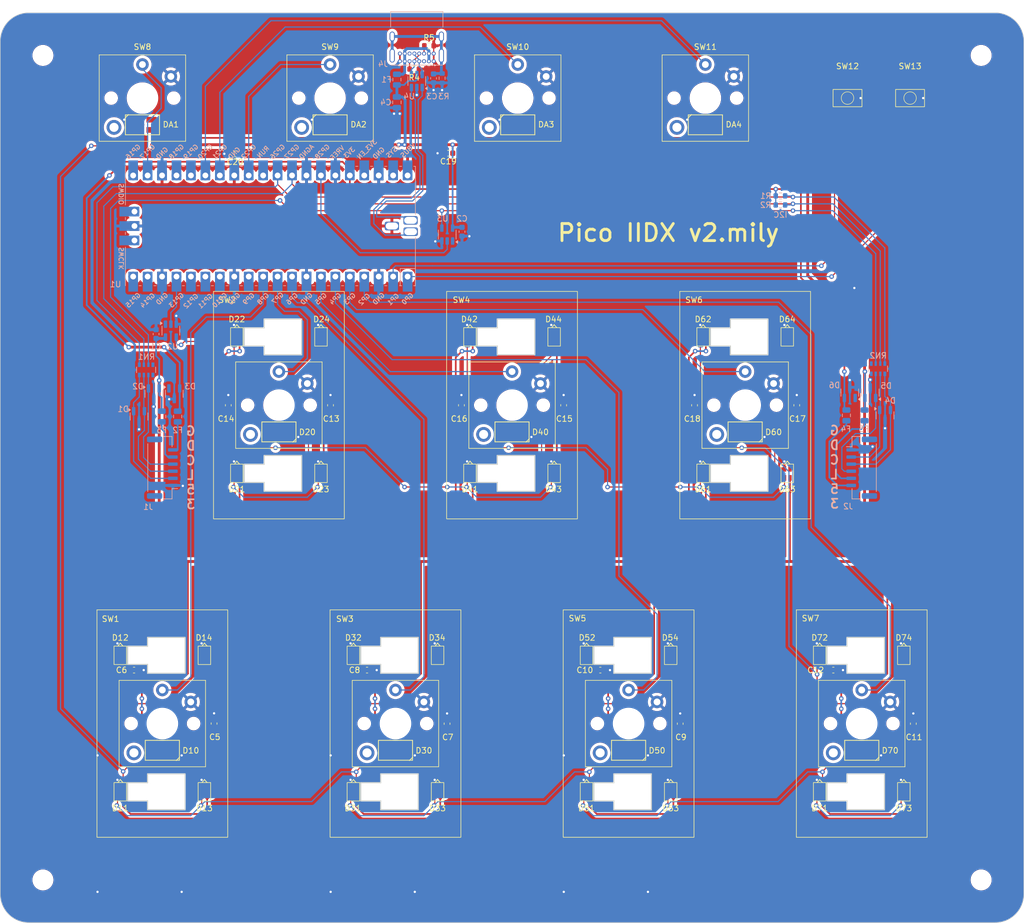
<source format=kicad_pcb>
(kicad_pcb (version 20240108) (generator "pcbnew") (generator_version "8.0")
  (title_block (title "Pico Controller for IIDX"))
  (layers (0 "F.Cu" signal) (31 "B.Cu" signal) (34 "B.Paste" user) (35 "F.Paste" user) (36 "B.SilkS" user "B.Silkscreen") (37 "F.SilkS" user "F.Silkscreen") (38 "B.Mask" user) (39 "F.Mask" user) (44 "Edge.Cuts" user))
  (net 0 "")
  (net 1 "GND")
  (net 2 "+5V")
  (net 24 "Net-(J4-SHIELD)")
  (net 26 "/SDA")
  (net 27 "/SCL")
  (net 28 "/LED_B1")
  (net 29 "/LED_B8")
  (net 30 "/LED_B4")
  (net 31 "/LED_B2")
  (net 32 "/LED_B3")
  (net 33 "/LED_B6")
  (net 34 "/LED_B5")
  (net 37 "/LED_B7")
  (net 40 "/LED_B9")
  (net 44 "/LED_B10")
  (net 45 "+3.3V")
  (net 46 "/LED_B11")
  (net 47 "Net-(F1-Pad1)")
  (net 49 "Net-(J4-D--PadA7)")
  (net 50 "Net-(J4-D+-PadA6)")
  (net 51 "Net-(J4-CC1)")
  (net 53 "Net-(J4-CC2)")
  (net 54 "/SW1")
  (net 55 "/SW2")
  (net 56 "/SW3")
  (net 57 "/SW4")
  (net 58 "/SW6")
  (net 59 "/SW7")
  (net 60 "/SW8")
  (net 61 "/SW9")
  (net 62 "/SW10")
  (net 63 "/SW11")
  (net 64 "/SW12")
  (net 65 "/SW13")
  (net 68 "/LED_TT_UNBUF")
  (net 70 "/LED_UNBUF")
  (net 71 "/DN")
  (net 72 "/DP")
  (net 75 "/LED_TT")
  (net 76 "/SW5")
  (net 83 "Net-(J1-Pin_2)")
  (net 84 "Net-(J1-Pin_3)")
  (net 85 "Net-(J1-Pin_4)")
  (net 86 "Net-(J2-Pin_2)")
  (net 87 "Net-(J2-Pin_3)")
  (net 88 "Net-(J2-Pin_4)")
  (net 89 "Net-(J1-Pin_6)")
  (net 90 "Net-(J1-Pin_5)")
  (net 91 "Net-(J2-Pin_6)")
  (net 92 "Net-(J2-Pin_5)")
  (footprint "Capacitor_SMD:C_0603_1608Metric" (layer "F.Cu") (at 166.895 144.425 90)
    (property "Reference" "C9")
    (property "Value" "100n" (hide yes))
  )
  (footprint "iidx_pico:WS2812B-1615" (layer "F.Cu") (at 191.42 132.4 -90)
    (property "Reference" "D72")
    (property "Value" "WS2812B_Unified" (hide yes))
  )
  (footprint "iidx_pico:WS2812B-1615" (layer "F.Cu") (at 124.22 156.4 -90)
    (property "Reference" "D33")
    (property "Value" "WS2812B_Unified" (hide yes))
  )
  (footprint "iidx_pico:WS2812B-2835" (layer "F.Cu") (at 198.82 149.1)
    (property "Reference" "D70")
    (property "Value" "WS2812B_Unified" (hide yes))
  )
  (footprint "iidx_pico:WS2812B-1615" (layer "F.Cu") (at 185.72 76.4 -90)
    (property "Reference" "D64")
    (property "Value" "WS2812B_Unified" (hide yes))
  )
  (footprint "Capacitor_SMD:C_0603_1608Metric" (layer "F.Cu") (at 152.845 135)
    (property "Reference" "C10")
    (property "Value" "100n" (hide yes))
  )
  (footprint "Capacitor_SMD:C_0603_1608Metric" (layer "F.Cu") (at 70.845 135)
    (property "Reference" "C6")
    (property "Value" "100n" (hide yes))
  )
  (footprint "iidx_pico:WS2812B-1615" (layer "F.Cu") (at 191.42 156.4 -90)
    (property "Reference" "D71")
    (property "Value" "WS2812B_Unified" (hide yes))
  )
  (footprint "Capacitor_SMD:C_0603_1608Metric" (layer "F.Cu") (at 146.395 88.425 90)
    (property "Reference" "C15")
    (property "Value" "100n" (hide yes))
  )
  (footprint "iidx_pico:WS2812B-1615" (layer "F.Cu") (at 170.92 100.4 -90)
    (property "Reference" "D61")
    (property "Value" "WS2812B_Unified" (hide yes))
  )
  (footprint "iidx_pico:WS2812B-2835" (layer "F.Cu") (at 96.32 93.1)
    (property "Reference" "D20")
    (property "Value" "WS2812B_Unified" (hide yes))
  )
  (footprint "iidx_pico:SW_Kailh_Choc_V1V2_IIDX" (layer "F.Cu") (at 157.82 144.4)
    (property "Reference" "SW5")
    (property "Value" "SWITCH_SPST" (hide yes))
    (fp_line (start -6.1 -13.6) (end -6.1 -10.4) (stroke (width 0.2)) (layer "Edge.Cuts"))
    (fp_line (start -6.1 10.4) (end -6.1 13.6) (stroke (width 0.2)) (layer "Edge.Cuts"))
    (fp_line (start -2.6 -15.15) (end -2.6 -13.6) (stroke (width 0.2)) (layer "Edge.Cuts"))
    (fp_line (start -2.6 -15.15) (end 4 -15.15) (stroke (width 0.2)) (layer "Edge.Cuts"))
    (fp_line (start -2.6 -13.6) (end -6.1 -13.6) (stroke (width 0.2)) (layer "Edge.Cuts"))
    (fp_line (start -2.6 -10.4) (end -6.1 -10.4) (stroke (width 0.2)) (layer "Edge.Cuts"))
    (fp_line (start -2.6 -10.4) (end -2.6 -8.85) (stroke (width 0.2)) (layer "Edge.Cuts"))
    (fp_line (start -2.6 -8.85) (end 4 -8.85) (stroke (width 0.2)) (layer "Edge.Cuts"))
    (fp_line (start -2.6 8.85) (end -2.6 10.4) (stroke (width 0.2)) (layer "Edge.Cuts"))
    (fp_line (start -2.6 8.85) (end 4 8.85) (stroke (width 0.2)) (layer "Edge.Cuts"))
    (fp_line (start -2.6 10.4) (end -6.1 10.4) (stroke (width 0.2)) (layer "Edge.Cuts"))
    (fp_line (start -2.6 13.6) (end -6.1 13.6) (stroke (width 0.2)) (layer "Edge.Cuts"))
    (fp_line (start -2.6 13.6) (end -2.6 15.15) (stroke (width 0.2)) (layer "Edge.Cuts"))
    (fp_line (start -2.6 15.15) (end 4 15.15) (stroke (width 0.2)) (layer "Edge.Cuts"))
    (fp_line (start 4 -15.15) (end 4 -8.85) (stroke (width 0.2)) (layer "Edge.Cuts"))
    (fp_line (start 4 8.85) (end 4 15.15) (stroke (width 0.2)) (layer "Edge.Cuts"))
  )
  (footprint "iidx_pico:WS2812B-1615" (layer "F.Cu") (at 68.42 156.4 -90)
    (property "Reference" "D11")
    (property "Value" "WS2812B_Unified" (hide yes))
  )
  (footprint "iidx_pico:WS2812B-2835" (layer "F.Cu") (at 75.82 149.1)
    (property "Reference" "D10")
    (property "Value" "WS2812B_Unified" (hide yes))
  )
  (footprint "Capacitor_SMD:C_0603_1608Metric" (layer "F.Cu") (at 84.92 144.4 90)
    (property "Reference" "C5")
    (property "Value" "100n" (hide yes))
  )
  (footprint "MountingHole:MountingHole_3.2mm_M3" (layer "F.Cu") (at 54.82 26.9)
    (property "Reference" "SCR1" (hide yes))
    (property "Value" "ScrewHole" (hide yes))
  )
  (footprint "iidx_pico:WS2812B-1615" (layer "F.Cu") (at 144.72 100.4 -90)
    (property "Reference" "D43")
    (property "Value" "WS2812B_Unified" (hide yes))
  )
  (footprint "Capacitor_SMD:C_0603_1608Metric" (layer "F.Cu") (at 87.42 88.425 90)
    (property "Reference" "C14")
    (property "Value" "100n" (hide yes))
  )
  (footprint "iidx_pico:WS2812B-1615" (layer "F.Cu") (at 68.42 132.4 -90)
    (property "Reference" "D12")
    (property "Value" "WS2812B_Unified" (hide yes))
  )
  (footprint "iidx_pico:WS2812B-1615" (layer "F.Cu") (at 83.22 156.4 -90)
    (property "Reference" "D13")
    (property "Value" "WS2812B_Unified" (hide yes))
  )
  (footprint "iidx_pico:WS2812B-1615" (layer "F.Cu") (at 165.22 132.4 -90)
    (property "Reference" "D54")
    (property "Value" "WS2812B_Unified" (hide yes))
  )
  (footprint "iidx_pico:SW_Kailh_Choc_V1V2_1.00u_LED" (layer "F.Cu") (at 138.32 34.4)
    (property "Reference" "SW10")
    (property "Value" "SWITCH_SPST" (hide yes))
  )
  (footprint "iidx_pico:SW_Kailh_Choc_V1V2_IIDX" (layer "F.Cu") (at 96.32 88.4)
    (property "Reference" "SW2")
    (property "Value" "SWITCH_SPST" (hide yes))
    (fp_line (start -6.1 -13.6) (end -6.1 -10.4) (stroke (width 0.2)) (layer "Edge.Cuts"))
    (fp_line (start -6.1 10.4) (end -6.1 13.6) (stroke (width 0.2)) (layer "Edge.Cuts"))
    (fp_line (start -2.6 -15.15) (end -2.6 -13.6) (stroke (width 0.2)) (layer "Edge.Cuts"))
    (fp_line (start -2.6 -15.15) (end 4 -15.15) (stroke (width 0.2)) (layer "Edge.Cuts"))
    (fp_line (start -2.6 -13.6) (end -6.1 -13.6) (stroke (width 0.2)) (layer "Edge.Cuts"))
    (fp_line (start -2.6 -10.4) (end -6.1 -10.4) (stroke (width 0.2)) (layer "Edge.Cuts"))
    (fp_line (start -2.6 -10.4) (end -2.6 -8.85) (stroke (width 0.2)) (layer "Edge.Cuts"))
    (fp_line (start -2.6 -8.85) (end 4 -8.85) (stroke (width 0.2)) (layer "Edge.Cuts"))
    (fp_line (start -2.6 8.85) (end -2.6 10.4) (stroke (width 0.2)) (layer "Edge.Cuts"))
    (fp_line (start -2.6 8.85) (end 4 8.85) (stroke (width 0.2)) (layer "Edge.Cuts"))
    (fp_line (start -2.6 10.4) (end -6.1 10.4) (stroke (width 0.2)) (layer "Edge.Cuts"))
    (fp_line (start -2.6 13.6) (end -6.1 13.6) (stroke (width 0.2)) (layer "Edge.Cuts"))
    (fp_line (start -2.6 13.6) (end -2.6 15.15) (stroke (width 0.2)) (layer "Edge.Cuts"))
    (fp_line (start -2.6 15.15) (end 4 15.15) (stroke (width 0.2)) (layer "Edge.Cuts"))
    (fp_line (start 4 -15.15) (end 4 -8.85) (stroke (width 0.2)) (layer "Edge.Cuts"))
    (fp_line (start 4 8.85) (end 4 15.15) (stroke (width 0.2)) (layer "Edge.Cuts"))
  )
  (footprint "iidx_pico:SW_Kailh_Choc_V1V2_IIDX" (layer "F.Cu") (at 116.82 144.4)
    (property "Reference" "SW3")
    (property "Value" "SWITCH_SPST" (hide yes))
    (fp_line (start -6.1 -13.6) (end -6.1 -10.4) (stroke (width 0.2)) (layer "Edge.Cuts"))
    (fp_line (start -6.1 10.4) (end -6.1 13.6) (stroke (width 0.2)) (layer "Edge.Cuts"))
    (fp_line (start -2.6 -15.15) (end -2.6 -13.6) (stroke (width 0.2)) (layer "Edge.Cuts"))
    (fp_line (start -2.6 -15.15) (end 4 -15.15) (stroke (width 0.2)) (layer "Edge.Cuts"))
    (fp_line (start -2.6 -13.6) (end -6.1 -13.6) (stroke (width 0.2)) (layer "Edge.Cuts"))
    (fp_line (start -2.6 -10.4) (end -6.1 -10.4) (stroke (width 0.2)) (layer "Edge.Cuts"))
    (fp_line (start -2.6 -10.4) (end -2.6 -8.85) (stroke (width 0.2)) (layer "Edge.Cuts"))
    (fp_line (start -2.6 -8.85) (end 4 -8.85) (stroke (width 0.2)) (layer "Edge.Cuts"))
    (fp_line (start -2.6 8.85) (end -2.6 10.4) (stroke (width 0.2)) (layer "Edge.Cuts"))
    (fp_line (start -2.6 8.85) (end 4 8.85) (stroke (width 0.2)) (layer "Edge.Cuts"))
    (fp_line (start -2.6 10.4) (end -6.1 10.4) (stroke (width 0.2)) (layer "Edge.Cuts"))
    (fp_line (start -2.6 13.6) (end -6.1 13.6) (stroke (width 0.2)) (layer "Edge.Cuts"))
    (fp_line (start -2.6 13.6) (end -2.6 15.15) (stroke (width 0.2)) (layer "Edge.Cuts"))
    (fp_line (start -2.6 15.15) (end 4 15.15) (stroke (width 0.2)) (layer "Edge.Cuts"))
    (fp_line (start 4 -15.15) (end 4 -8.85) (stroke (width 0.2)) (layer "Edge.Cuts"))
    (fp_line (start 4 8.85) (end 4 15.15) (stroke (width 0.2)) (layer "Edge.Cuts"))
  )
  (footprint "iidx_pico:WS2812B-2835" (layer "F.Cu") (at 178.32 93.1)
    (property "Reference" "D60")
    (property "Value" "WS2812B_Unified" (hide yes))
  )
  (footprint "iidx_pico:SW_Kailh_Choc_V1V2_1.00u_LED" (layer "F.Cu") (at 105.32 34.4)
    (property "Reference" "SW9")
    (property "Value" "SWITCH_SPST" (hide yes))
  )
  (footprint "iidx_pico:SW_Kailh_Choc_V1V2_1.00u_LED" (layer "F.Cu") (at 72.32 34.4)
    (property "Reference" "SW8")
    (property "Value" "SWITCH_SPST" (hide yes))
  )
  (footprint "Capacitor_SMD:C_0603_1608Metric" (layer "F.Cu") (at 125.895 144.425 90)
    (property "Reference" "C7")
    (property "Value" "100n" (hide yes))
  )
  (footprint "Capacitor_SMD:C_0603_1608Metric" (layer "F.Cu") (at 187.395 88.425 90)
    (property "Reference" "C17")
    (property "Value" "100n" (hide yes))
  )
  (footprint "iidx_pico:WS2812B-1615" (layer "F.Cu") (at 103.72 76.4 -90)
    (property "Reference" "D24")
    (property "Value" "WS2812B_Unified" (hide yes))
  )
  (footprint "iidx_pico:EVQP1K05M" (layer "F.Cu") (at 207.32 34.4 90)
    (property "Reference" "SW13")
    (property "Value" "Tact_4pin")
  )
  (footprint "MountingHole:MountingHole_3.2mm_M3" (layer "F.Cu") (at 219.82 26.9)
    (property "Reference" "SCR2" (hide yes))
    (property "Value" "ScrewHole" (hide yes))
  )
  (footprint "Capacitor_SMD:C_0603_1608Metric" (layer "F.Cu") (at 126.12 44.1 180)
    (property "Reference" "C19")
    (property "Value" "100n" (hide yes))
  )
  (footprint "iidx_pico:WS2812B-1615" (layer "F.Cu") (at 170.92 76.4 -90)
    (property "Reference" "D62")
    (property "Value" "WS2812B_Unified" (hide yes))
  )
  (footprint "iidx_pico:WS2812B-1615" (layer "F.Cu") (at 88.92 76.4 -90)
    (property "Reference" "D22")
    (property "Value" "WS2812B_Unified" (hide yes))
  )
  (footprint "iidx_pico:WS2812B-1615" (layer "F.Cu") (at 185.72 100.4 -90)
    (property "Reference" "D63")
    (property "Value" "WS2812B_Unified" (hide yes))
  )
  (footprint "iidx_pico:WS2812B-2835" (layer "F.Cu") (at 157.82 149.1)
    (property "Reference" "D50")
    (property "Value" "WS2812B_Unified" (hide yes))
  )
  (footprint "iidx_pico:EVQP1K05M" (layer "F.Cu") (at 196.32 34.4 90)
    (property "Reference" "SW12")
    (property "Value" "Tact_4pin")
  )
  (footprint "iidx_pico:WS2812B-2835" (layer "F.Cu") (at 138.32 39.1 180)
    (property "Reference" "DA3")
    (property "Value" "WS2812B_Unified" (hide yes))
  )
  (footprint "iidx_pico:WS2812B-1615" (layer "F.Cu") (at 206.22 132.4 -90)
    (property "Reference" "D74")
    (property "Value" "WS2812B_Unified" (hide yes))
  )
  (footprint "iidx_pico:WS2812B-2835" (layer "F.Cu") (at 171.32 39.1 180)
    (property "Reference" "DA4")
    (property "Value" "WS2812B_Unified" (hide yes))
  )
  (footprint "iidx_pico:WS2812B-1615" (layer "F.Cu") (at 129.92 100.4 -90)
    (property "Reference" "D41")
    (property "Value" "WS2812B_Unified" (hide yes))
  )
  (footprint "iidx_pico:WS2812B-2835" (layer "F.Cu") (at 105.32 39.1 180)
    (property "Reference" "DA2")
    (property "Value" "WS2812B_Unified" (hide yes))
  )
  (footprint "Capacitor_SMD:C_0603_1608Metric" (layer "F.Cu") (at 193.82 135)
    (property "Reference" "C12")
    (property "Value" "100n" (hide yes))
  )
  (footprint "iidx_pico:WS2812B-1615" (layer "F.Cu") (at 88.92 100.4 -90)
    (property "Reference" "D21")
    (property "Value" "WS2812B_Unified" (hide yes))
  )
  (footprint "iidx_pico:WS2812B-1615" (layer "F.Cu") (at 165.22 156.4 -90)
    (property "Reference" "D53")
    (property "Value" "WS2812B_Unified" (hide yes))
  )
  (footprint "iidx_pico:WS2812B-2835" (layer "F.Cu") (at 72.32 39.1 180)
    (property "Reference" "DA1")
    (property "Value" "WS2812B_Unified" (hide yes))
  )
  (footprint "iidx_pico:WS2812B-1615" (layer "F.Cu") (at 144.72 76.4 -90)
    (property "Reference" "D44")
    (property "Value" "WS2812B_Unified" (hide yes))
  )
  (footprint "Resistor_SMD:R_0603_1608Metric" (layer "F.Cu") (at 122.72 25.2)
    (property "Reference" "R5")
    (property "Value" "5k1")
  )
  (footprint "Capacitor_SMD:C_0603_1608Metric" (layer "F.Cu") (at 128.42 88.425 90)
    (property "Reference" "C16")
    (property "Value" "100n" (hide yes))
  )
  (footprint "iidx_pico:WS2812B-1615" (layer "F.Cu") (at 103.72 100.4 -90)
    (property "Reference" "D23")
    (property "Value" "WS2812B_Unified" (hide yes))
  )
  (footprint "iidx_pico:WS2812B-1615" (layer "F.Cu") (at 150.42 156.4 -90)
    (property "Reference" "D51")
    (property "Value" "WS2812B_Unified" (hide yes))
  )
  (footprint "iidx_pico:SW_Kailh_Choc_V1V2_IIDX" (layer "F.Cu") (at 178.32 88.4)
    (property "Reference" "SW6")
    (property "Value" "SWITCH_SPST" (hide yes))
    (fp_line (start -6.1 -13.6) (end -6.1 -10.4) (stroke (width 0.2)) (layer "Edge.Cuts"))
    (fp_line (start -6.1 10.4) (end -6.1 13.6) (stroke (width 0.2)) (layer "Edge.Cuts"))
    (fp_line (start -2.6 -15.15) (end -2.6 -13.6) (stroke (width 0.2)) (layer "Edge.Cuts"))
    (fp_line (start -2.6 -15.15) (end 4 -15.15) (stroke (width 0.2)) (layer "Edge.Cuts"))
    (fp_line (start -2.6 -13.6) (end -6.1 -13.6) (stroke (width 0.2)) (layer "Edge.Cuts"))
    (fp_line (start -2.6 -10.4) (end -6.1 -10.4) (stroke (width 0.2)) (layer "Edge.Cuts"))
    (fp_line (start -2.6 -10.4) (end -2.6 -8.85) (stroke (width 0.2)) (layer "Edge.Cuts"))
    (fp_line (start -2.6 -8.85) (end 4 -8.85) (stroke (width 0.2)) (layer "Edge.Cuts"))
    (fp_line (start -2.6 8.85) (end -2.6 10.4) (stroke (width 0.2)) (layer "Edge.Cuts"))
    (fp_line (start -2.6 8.85) (end 4 8.85) (stroke (width 0.2)) (layer "Edge.Cuts"))
    (fp_line (start -2.6 10.4) (end -6.1 10.4) (stroke (width 0.2)) (layer "Edge.Cuts"))
    (fp_line (start -2.6 13.6) (end -6.1 13.6) (stroke (width 0.2)) (layer "Edge.Cuts"))
    (fp_line (start -2.6 13.6) (end -2.6 15.15) (stroke (width 0.2)) (layer "Edge.Cuts"))
    (fp_line (start -2.6 15.15) (end 4 15.15) (stroke (width 0.2)) (layer "Edge.Cuts"))
    (fp_line (start 4 -15.15) (end 4 -8.85) (stroke (width 0.2)) (layer "Edge.Cuts"))
    (fp_line (start 4 8.85) (end 4 15.15) (stroke (width 0.2)) (layer "Edge.Cuts"))
  )
  (footprint "iidx_pico:SW_Kailh_Choc_V1V2_1.00u_LED" (layer "F.Cu") (at 171.32 34.4)
    (property "Reference" "SW11")
    (property "Value" "SWITCH_SPST" (hide yes))
  )
  (footprint "iidx_pico:WS2812B-2835" (layer "F.Cu") (at 137.32 93.1)
    (property "Reference" "D40")
    (property "Value" "WS2812B_Unified" (hide yes))
  )
  (footprint "Capacitor_SMD:C_0603_1608Metric" (layer "F.Cu") (at 88.62 44.2 180)
    (property "Reference" "C20")
    (property "Value" "100n" (hide yes))
  )
  (footprint "iidx_pico:SW_Kailh_Choc_V1V2_IIDX" (layer "F.Cu") (at 198.82 144.4)
    (property "Reference" "SW7")
    (property "Value" "SWITCH_SPST" (hide yes))
    (fp_line (start -6.1 -13.6) (end -6.1 -10.4) (stroke (width 0.2)) (layer "Edge.Cuts"))
    (fp_line (start -6.1 10.4) (end -6.1 13.6) (stroke (width 0.2)) (layer "Edge.Cuts"))
    (fp_line (start -2.6 -15.15) (end -2.6 -13.6) (stroke (width 0.2)) (layer "Edge.Cuts"))
    (fp_line (start -2.6 -15.15) (end 4 -15.15) (stroke (width 0.2)) (layer "Edge.Cuts"))
    (fp_line (start -2.6 -13.6) (end -6.1 -13.6) (stroke (width 0.2)) (layer "Edge.Cuts"))
    (fp_line (start -2.6 -10.4) (end -6.1 -10.4) (stroke (width 0.2)) (layer "Edge.Cuts"))
    (fp_line (start -2.6 -10.4) (end -2.6 -8.85) (stroke (width 0.2)) (layer "Edge.Cuts"))
    (fp_line (start -2.6 -8.85) (end 4 -8.85) (stroke (width 0.2)) (layer "Edge.Cuts"))
    (fp_line (start -2.6 8.85) (end -2.6 10.4) (stroke (width 0.2)) (layer "Edge.Cuts"))
    (fp_line (start -2.6 8.85) (end 4 8.85) (stroke (width 0.2)) (layer "Edge.Cuts"))
    (fp_line (start -2.6 10.4) (end -6.1 10.4) (stroke (width 0.2)) (layer "Edge.Cuts"))
    (fp_line (start -2.6 13.6) (end -6.1 13.6) (stroke (width 0.2)) (layer "Edge.Cuts"))
    (fp_line (start -2.6 13.6) (end -2.6 15.15) (stroke (width 0.2)) (layer "Edge.Cuts"))
    (fp_line (start -2.6 15.15) (end 4 15.15) (stroke (width 0.2)) (layer "Edge.Cuts"))
    (fp_line (start 4 -15.15) (end 4 -8.85) (stroke (width 0.2)) (layer "Edge.Cuts"))
    (fp_line (start 4 8.85) (end 4 15.15) (stroke (width 0.2)) (layer "Edge.Cuts"))
  )
  (footprint "iidx_pico:WS2812B-1615" (layer "F.Cu") (at 129.92 76.4 -90)
    (property "Reference" "D42")
    (property "Value" "WS2812B_Unified" (hide yes))
  )
  (footprint "iidx_pico:SW_Kailh_Choc_V1V2_IIDX" (layer "F.Cu") (at 137.32 88.4)
    (property "Reference" "SW4")
    (property "Value" "SWITCH_SPST" (hide yes))
    (fp_line (start -6.1 -13.6) (end -6.1 -10.4) (stroke (width 0.2)) (layer "Edge.Cuts"))
    (fp_line (start -6.1 10.4) (end -6.1 13.6) (stroke (width 0.2)) (layer "Edge.Cuts"))
    (fp_line (start -2.6 -15.15) (end -2.6 -13.6) (stroke (width 0.2)) (layer "Edge.Cuts"))
    (fp_line (start -2.6 -15.15) (end 4 -15.15) (stroke (width 0.2)) (layer "Edge.Cuts"))
    (fp_line (start -2.6 -13.6) (end -6.1 -13.6) (stroke (width 0.2)) (layer "Edge.Cuts"))
    (fp_line (start -2.6 -10.4) (end -6.1 -10.4) (stroke (width 0.2)) (layer "Edge.Cuts"))
    (fp_line (start -2.6 -10.4) (end -2.6 -8.85) (stroke (width 0.2)) (layer "Edge.Cuts"))
    (fp_line (start -2.6 -8.85) (end 4 -8.85) (stroke (width 0.2)) (layer "Edge.Cuts"))
    (fp_line (start -2.6 8.85) (end -2.6 10.4) (stroke (width 0.2)) (layer "Edge.Cuts"))
    (fp_line (start -2.6 8.85) (end 4 8.85) (stroke (width 0.2)) (layer "Edge.Cuts"))
    (fp_line (start -2.6 10.4) (end -6.1 10.4) (stroke (width 0.2)) (layer "Edge.Cuts"))
    (fp_line (start -2.6 13.6) (end -6.1 13.6) (stroke (width 0.2)) (layer "Edge.Cuts"))
    (fp_line (start -2.6 13.6) (end -2.6 15.15) (stroke (width 0.2)) (layer "Edge.Cuts"))
    (fp_line (start -2.6 15.15) (end 4 15.15) (stroke (width 0.2)) (layer "Edge.Cuts"))
    (fp_line (start 4 -15.15) (end 4 -8.85) (stroke (width 0.2)) (layer "Edge.Cuts"))
    (fp_line (start 4 8.85) (end 4 15.15) (stroke (width 0.2)) (layer "Edge.Cuts"))
  )
  (footprint "iidx_pico:WS2812B-1615" (layer "F.Cu") (at 109.42 132.4 -90)
    (property "Reference" "D32")
    (property "Value" "WS2812B_Unified" (hide yes))
  )
  (footprint "iidx_pico:WS2812B-1615" (layer "F.Cu") (at 109.42 156.4 -90)
    (property "Reference" "D31")
    (property "Value" "WS2812B_Unified" (hide yes))
  )
  (footprint "MountingHole:MountingHole_3.2mm_M3" (layer "F.Cu") (at 219.82 171.9)
    (property "Reference" "SCR4" (hide yes))
    (property "Value" "ScrewHole" (hide yes))
  )
  (footprint "MountingHole:MountingHole_3.2mm_M3" (layer "F.Cu") (at 54.82 171.9)
    (property "Reference" "SCR3" (hide yes))
    (property "Value" "ScrewHole" (hide yes))
  )
  (footprint "iidx_pico:WS2812B-2835" (layer "F.Cu") (at 116.82 149.1)
    (property "Reference" "D30")
    (property "Value" "WS2812B_Unified" (hide yes))
  )
  (footprint "Capacitor_SMD:C_0603_1608Metric" (layer "F.Cu") (at 111.82 135)
    (property "Reference" "C8")
    (property "Value" "100n" (hide yes))
  )
  (footprint "iidx_pico:SW_Kailh_Choc_V1V2_IIDX" (layer "F.Cu") (at 75.82 144.4)
    (property "Reference" "SW1")
    (property "Value" "SWITCH_SPST" (hide yes))
    (fp_line (start -6.1 -13.6) (end -6.1 -10.4) (stroke (width 0.2)) (layer "Edge.Cuts"))
    (fp_line (start -6.1 10.4) (end -6.1 13.6) (stroke (width 0.2)) (layer "Edge.Cuts"))
    (fp_line (start -2.6 -15.15) (end -2.6 -13.6) (stroke (width 0.2)) (layer "Edge.Cuts"))
    (fp_line (start -2.6 -15.15) (end 4 -15.15) (stroke (width 0.2)) (layer "Edge.Cuts"))
    (fp_line (start -2.6 -13.6) (end -6.1 -13.6) (stroke (width 0.2)) (layer "Edge.Cuts"))
    (fp_line (start -2.6 -10.4) (end -6.1 -10.4) (stroke (width 0.2)) (layer "Edge.Cuts"))
    (fp_line (start -2.6 -10.4) (end -2.6 -8.85) (stroke (width 0.2)) (layer "Edge.Cuts"))
    (fp_line (start -2.6 -8.85) (end 4 -8.85) (stroke (width 0.2)) (layer "Edge.Cuts"))
    (fp_line (start -2.6 8.85) (end -2.6 10.4) (stroke (width 0.2)) (layer "Edge.Cuts"))
    (fp_line (start -2.6 8.85) (end 4 8.85) (stroke (width 0.2)) (layer "Edge.Cuts"))
    (fp_line (start -2.6 10.4) (end -6.1 10.4) (stroke (width 0.2)) (layer "Edge.Cuts"))
    (fp_line (start -2.6 13.6) (end -6.1 13.6) (stroke (width 0.2)) (layer "Edge.Cuts"))
    (fp_line (start -2.6 13.6) (end -2.6 15.15) (stroke (width 0.2)) (layer "Edge.Cuts"))
    (fp_line (start -2.6 15.15) (end 4 15.15) (stroke (width 0.2)) (layer "Edge.Cuts"))
    (fp_line (start 4 -15.15) (end 4 -8.85) (stroke (width 0.2)) (layer "Edge.Cuts"))
    (fp_line (start 4 8.85) (end 4 15.15) (stroke (width 0.2)) (layer "Edge.Cuts"))
  )
  (footprint "Capacitor_SMD:C_0603_1608Metric" (layer "F.Cu") (at 207.895 144.425 90)
    (property "Reference" "C11")
    (property "Value" "100n" (hide yes))
  )
  (footprint "iidx_pico:WS2812B-1615" (layer "F.Cu") (at 124.22 132.4 -90)
    (property "Reference" "D34")
    (property "Value" "WS2812B_Unified" (hide yes))
  )
  (footprint "Capacitor_SMD:C_0603_1608Metric" (layer "F.Cu") (at 169.42 88.425 90)
    (property "Reference" "C18")
    (property "Value" "100n" (hide yes))
  )
  (footprint "iidx_pico:WS2812B-1615" (layer "F.Cu") (at 83.22 132.4 -90)
    (property "Reference" "D14")
    (property "Value" "WS2812B_Unified" (hide yes))
  )
  (footprint "iidx_pico:WS2812B-1615" (layer "F.Cu") (at 150.42 132.4 -90)
    (property "Reference" "D52")
    (property "Value" "WS2812B_Unified" (hide yes))
  )
  (footprint "iidx_pico:WS2812B-1615" (layer "F.Cu") (at 206.22 156.4 -90)
    (property "Reference" "D73")
    (property "Value" "WS2812B_Unified" (hide yes))
  )
  (footprint "Capacitor_SMD:C_0603_1608Metric" (layer "F.Cu") (at 105.395 88.425 90)
    (property "Reference" "C13")
    (property "Value" "100n" (hide yes))
  )
  (footprint "Resistor_SMD:R_0603_1608Metric" (layer "F.Cu") (at 120.12 29.3)
    (property "Reference" "R4")
    (property "Value" "5k1")
  )
  (footprint "Resistor_SMD:R_0603_1608Metric" (layer "B.Cu") (at 184.52 51.6 180)
    (property "Reference" "R1")
    (property "Value" "5.1k" (hide yes))
  )
  (footprint "Resistor_SMD:R_Array_Convex_4x0603" (layer "B.Cu") (at 201.68 82 90)
    (property "Reference" "RN2")
    (property "Value" "62")
  )
  (footprint "Package_TO_SOT_SMD:SOT-23-5" (layer "B.Cu") (at 77.32 75.3 -90)
    (property "Reference" "U2")
    (property "Value" "SN74LV1T34DBV")
  )
  (footprint "Resistor_SMD:R_0603_1608Metric" (layer "B.Cu") (at 184.52 53.2 180)
    (property "Reference" "R2")
    (property "Value" "5.1k" (hide yes))
  )
  (footprint "Resistor_SMD:R_Array_Convex_4x0603" (layer "B.Cu") (at 72.97 82.2 90)
    (property "Reference" "RN1")
    (property "Value" "62")
  )
  (footprint "Fuse:Fuse_0805_2012Metric" (layer "B.Cu") (at 199.32 90.2 -90)
    (property "Reference" "F5")
    (property "Value" "500mA")
  )
  (footprint "Capacitor_SMD:C_0603_1608Metric" (layer "B.Cu") (at 123.52 30.925 -90)
    (property "Reference" "C3")
    (property "Value" "100n")
  )
  (footprint "Package_TO_SOT_SMD:SOT-23" (layer "B.Cu") (at 77.92 86.4 -90)
    (property "Reference" "D3")
    (property "Value" "PESD3V3S2UT")
  )
  (footprint "MCU_RaspberryPi_and_Boards:RPi_Pico_SMD" (layer "B.Cu") (at 94.82 56.9 90)
    (property "Reference" "U1")
    (property "Value" "Pico")
  )
  (footprint "Package_TO_SOT_SMD:SOT-23" (layer "B.Cu") (at 202.92 90.2 -90)
    (property "Reference" "D4")
    (property "Value" "PESD3V3S2UT")
  )
  (footprint "Capacitor_SMD:C_0603_1608Metric" (layer "B.Cu") (at 128.52 57.9 -90)
    (property "Reference" "C2")
    (property "Value" "100n" (hide yes))
  )
  (footprint "Resistor_SMD:R_0603_1608Metric" (layer "B.Cu") (at 125.02 30.9 -90)
    (property "Reference" "R3")
    (property "Value" "1Meg")
  )
  (footprint "Connector_JST:JST_GH_SM06B-GHS-TB_1x06-1MP_P1.25mm_Horizontal" (layer "B.Cu") (at 75.82 99.4 90)
    (property "Reference" "J1")
    (property "Value" "Conn_01x06_Pin")
  )
  (footprint "Package_TO_SOT_SMD:SOT-23" (layer "B.Cu") (at 196.72 86.2 90)
    (property "Reference" "D6")
    (property "Value" "PESD3V3S2UT")
  )
  (footprint "Capacitor_SMD:C_0603_1608Metric" (layer "B.Cu") (at 74.72 75.9 90)
    (property "Reference" "C1")
    (property "Value" "100n" (hide yes))
  )
  (footprint "Fuse:Fuse_0805_2012Metric" (layer "B.Cu") (at 78.52 90.4 -90)
    (property "Reference" "F2")
    (property "Value" "500mA")
  )
  (footprint "Connector_USB:USB_C_Receptacle_GCT_USB4085" (layer "B.Cu") (at 117.595 27.925)
    (property "Reference" "J4")
    (property "Value" "USB_C_Receptacle_USB2.0_16P")
  )
  (footprint "Fuse:Fuse_0805_2012Metric" (layer "B.Cu") (at 117.07 31.15 -90)
    (property "Reference" "F1")
    (property "Value" "500mA")
  )
  (footprint "Package_TO_SOT_SMD:SOT-23" (layer "B.Cu") (at 71.72 90.4 -90)
    (property "Reference" "D1")
    (property "Value" "PESD3V3S2UT")
  )
  (footprint "Package_TO_SOT_SMD:SOT-23" (layer "B.Cu") (at 200.32 86.2 90)
    (property "Reference" "D5")
    (property "Value" "PESD5V2S2UT")
  )
  (footprint "Fuse:Fuse_0805_2012Metric" (layer "B.Cu") (at 196.12 90.2 -90)
    (property "Reference" "F4")
    (property "Value" "500mA")
  )
  (footprint "Capacitor_SMD:C_0805_2012Metric" (layer "B.Cu") (at 117.07 35.15 -90)
    (property "Reference" "C4")
    (property "Value" "1u")
  )
  (footprint "Package_TO_SOT_SMD:SOT-23-5" (layer "B.Cu") (at 125.92 58.4 90)
    (property "Reference" "U3")
    (property "Value" "SN74LV1T34DBV")
  )
  (footprint "Package_TO_SOT_SMD:SOT-23-6" (layer "B.Cu") (at 120.57 31.4 90)
    (property "Reference" "U4")
    (property "Value" "USBLC6-2P6")
  )
  (footprint "Fuse:Fuse_0805_2012Metric" (layer "B.Cu") (at 75.72 90.4 -90)
    (property "Reference" "F3")
    (property "Value" "500mA")
  )
  (footprint "Connector_JST:JST_GH_SM06B-GHS-TB_1x06-1MP_P1.25mm_Horizontal" (layer "B.Cu") (at 198.82 99.4 -90)
    (property "Reference" "J2")
    (property "Value" "Conn_01x06_Pin")
  )
  (footprint "Package_TO_SOT_SMD:SOT-23" (layer "B.Cu") (at 74.32 86.4 -90)
    (property "Reference" "D2")
    (property "Value" "PESD5V2S2UT")
  )
  (gr_line (start 227.32 24.4) (end 227.32 174.4) (stroke (width 0.1)) (layer "Edge.Cuts"))
  (gr_arc (start 222.32 19.4) (mid 225.855534 20.864466) (end 227.32 24.4) (stroke (width 0.1)) (layer "Edge.Cuts"))
  (gr_line (start 47.32 174.4) (end 47.32 24.4) (stroke (width 0.1)) (layer "Edge.Cuts"))
  (gr_line (start 52.32 19.4) (end 222.32 19.4) (stroke (width 0.1)) (layer "Edge.Cuts"))
  (gr_line (start 52.32 179.4) (end 222.32 179.4) (stroke (width 0.1)) (layer "Edge.Cuts"))
  (gr_arc (start 227.32 174.4) (mid 225.855534 177.935534) (end 222.32 179.4) (stroke (width 0.1)) (layer "Edge.Cuts"))
  (gr_arc (start 47.32 24.4) (mid 48.784466 20.864466) (end 52.32 19.4) (stroke (width 0.1)) (layer "Edge.Cuts"))
  (gr_arc (start 52.32 179.4) (mid 48.784466 177.935534) (end 47.32 174.4) (stroke (width 0.1)) (layer "Edge.Cuts"))
  (gr_text "I2C" (at 184.52 55.5 0) (layer "B.SilkS") (effects (font (size 1 1)) (justify bottom mirror)))
  (gr_text "G\nD\nC\nL\n5\n3" (at 194.02 99.3 0) (layer "B.SilkS") (effects (font (size 1.6 1.5) (thickness 0.3)) (justify mirror)))
  (gr_text "G\nD\nC\nL\n5\n3" (at 80.82 99.4 0) (layer "B.SilkS") (effects (font (size 1.6 1.5) (thickness 0.3)) (justify mirror)))
  (gr_text "Pico IIDX v2.mily" (at 164.82 58.1 0) (layer "F.SilkS") (effects (font (size 3 3) (thickness 0.5))))
  (segment (start 154.545 135) (end 153.62 135) (width 0.3) (layer "F.Cu") (net 1))
  (segment (start 128.42 87.65) (end 128.42 86.625) (width 0.3) (layer "F.Cu") (net 1))
  (segment (start 207.895 143.65) (end 207.895 142.625) (width 0.3) (layer "F.Cu") (net 1))
  (segment (start 122.92 29.3) (end 123.545 28.675) (width 0.2) (layer "F.Cu") (net 1))
  (segment (start 123.545 28.675) (end 123.545 27.925) (width 0.2) (layer "F.Cu") (net 1))
  (segment (start 105.395 87.65) (end 105.395 86.625) (width 0.3) (layer "F.Cu") (net 1))
  (segment (start 72.545 135) (end 71.62 135) (width 0.3) (layer "F.Cu") (net 1))
  (segment (start 87.845 44.2) (end 86.72 44.2) (width 0.3) (layer "F.Cu") (net 1))
  (segment (start 195.52 135) (end 194.595 135) (width 0.3) (layer "F.Cu") (net 1))
  (segment (start 117.595 26.575) (end 117.595 27.925) (width 0.3) (layer "F.Cu") (net 1))
  (segment (start 87.42 87.65) (end 87.42 86.625) (width 0.3) (layer "F.Cu") (net 1))
  (segment (start 113.52 135) (end 112.595 135) (width 0.3) (layer "F.Cu") (net 1))
  (segment (start 166.895 143.65) (end 166.895 142.625) (width 0.3) (layer "F.Cu") (net 1))
  (segment (start 84.92 143.625) (end 84.92 142.6) (width 0.3) (layer "F.Cu") (net 1))
  (segment (start 125.895 143.65) (end 125.895 142.625) (width 0.3) (layer "F.Cu") (net 1))
  (segment (start 120.945 29.3) (end 122.92 29.3) (width 0.2) (layer "F.Cu") (net 1))
  (segment (start 146.395 87.65) (end 146.395 86.625) (width 0.3) (layer "F.Cu") (net 1))
  (segment (start 187.395 87.65) (end 187.395 86.625) (width 0.3) (layer "F.Cu") (net 1))
  (segment (start 125.345 44.1) (end 124.22 44.1) (width 0.3) (layer "F.Cu") (net 1))
  (segment (start 169.42 87.65) (end 169.42 86.625) (width 0.3) (layer "F.Cu") (net 1))
  (segment (start 123.545 25.2) (end 123.545 26.575) (width 0.2) (layer "F.Cu") (net 1))
  (segment (start 123.545 26.575) (end 123.545 27.925) (width 0.3) (layer "F.Cu") (net 1))
  (via (at 103.22 74.3) (size 0.8) (drill 0.4) (layers "F.Cu" "B.Cu") (net 1))
  (via (at 164.72 154.3) (size 0.8) (drill 0.4) (layers "F.Cu" "B.Cu") (net 1))
  (via (at 187.395 86.625) (size 0.8) (drill 0.4) (layers "F.Cu" "B.Cu") (net 1))
  (via (at 198.62 34.4) (size 0.8) (drill 0.4) (layers "F.Cu" "B.Cu") (net 1))
  (via (at 88.42 74.3) (size 0.8) (drill 0.4) (layers "F.Cu" "B.Cu") (net 1))
  (via (at 129.82 58.7) (size 0.8) (drill 0.4) (layers "F.Cu" "B.Cu") (net 1))
  (via (at 86.72 44.2) (size 0.8) (drill 0.4) (layers "F.Cu" "B.Cu") (net 1))
  (via (at 64.42 174) (size 0.8) (drill 0.4) (layers "F.Cu" "B.Cu") (net 1))
  (via (at 79.22 150) (size 0.8) (drill 0.4) (layers "F.Cu" "B.Cu") (net 1))
  (via (at 190.92 130.3) (size 0.8) (drill 0.4) (layers "F.Cu" "B.Cu") (net 1))
  (via (at 190.92 154.3) (size 0.8) (drill 0.4) (layers "F.Cu" "B.Cu") (net 1))
  (via (at 181.72 94) (size 0.8) (drill 0.4) (layers "F.Cu" "B.Cu") (net 1))
  (via (at 154.545 135) (size 0.8) (drill 0.4) (layers "F.Cu" "B.Cu") (net 1))
  (via (at 169.42 86.625) (size 0.8) (drill 0.4) (layers "F.Cu" "B.Cu") (net 1))
  (via (at 168.12 38.2) (size 0.8) (drill 0.4) (layers "F.Cu" "B.Cu") (net 1))
  (via (at 146.395 86.625) (size 0.8) (drill 0.4) (layers "F.Cu" "B.Cu") (net 1))
  (via (at 161.22 150) (size 0.8) (drill 0.4) (layers "F.Cu" "B.Cu") (net 1))
  (via (at 129.42 74.3) (size 0.8) (drill 0.4) (layers "F.Cu" "B.Cu") (net 1))
  (via (at 87.42 86.625) (size 0.8) (drill 0.4) (layers "F.Cu" "B.Cu") (net 1))
  (via (at 74.27 88.6625) (size 0.8) (drill 0.4) (layers "F.Cu" "B.Cu") (net 1))
  (via (at 79.42 102.6) (size 0.8) (drill 0.4) (layers "F.Cu" "B.Cu") (net 1))
  (via (at 185.22 74.3) (size 0.8) (drill 0.4) (layers "F.Cu" "B.Cu") (net 1))
  (via (at 120.22 174) (size 0.8) (drill 0.4) (layers "F.Cu" "B.Cu") (net 1))
  (via (at 124.22 44.1) (size 0.8) (drill 0.4) (layers "F.Cu" "B.Cu") (net 1))
  (via (at 77.02 87.35) (size 0.8) (drill 0.4) (layers "F.Cu" "B.Cu") (net 1))
  (via (at 82.72 154.3) (size 0.8) (drill 0.4) (layers "F.Cu" "B.Cu") (net 1))
  (via (at 64.42 150) (size 0.8) (drill 0.4) (layers "F.Cu" "B.Cu") (net 1))
  (via (at 125.895 142.625) (size 0.8) (drill 0.4) (layers "F.Cu" "B.Cu") (net 1))
  (via (at 105.42 174) (size 0.8) (drill 0.4) (layers "F.Cu" "B.Cu") (net 1))
  (via (at 123.72 130.3) (size 0.8) (drill 0.4) (layers "F.Cu" "B.Cu") (net 1))
  (via (at 82.72 130.3) (size 0.8) (drill 0.4) (layers "F.Cu" "B.Cu") (net 1))
  (via (at 102.12 38.2) (size 0.8) (drill 0.4) (layers "F.Cu" "B.Cu") (net 1))
  (via (at 67.92 154.3) (size 0.8) (drill 0.4) (layers "F.Cu" "B.Cu") (net 1))
  (via (at 200.32 83.9375) (size 0.8) (drill 0.4) (layers "F.Cu" "B.Cu") (net 1))
  (via (at 146.42 150) (size 0.8) (drill 0.4) (layers "F.Cu" "B.Cu") (net 1))
  (via (at 135.12 38.2) (size 0.8) (drill 0.4) (layers "F.Cu" "B.Cu") (net 1))
  (via (at 108.92 130.3) (size 0.8) (drill 0.4) (layers "F.Cu" "B.Cu") (net 1))
  (via (at 108.92 154.3) (size 0.8) (drill 0.4) (layers "F.Cu" "B.Cu") (net 1))
  (via (at 149.92 154.3) (size 0.8) (drill 0.4) (layers "F.Cu" "B.Cu") (net 1))
  (via (at 99.72 94) (size 0.8) (drill 0.4) (layers "F.Cu" "B.Cu") (net 1))
  (via (at 205.72 154.3) (size 0.8) (drill 0.4) (layers "F.Cu" "B.Cu") (net 1))
  (via (at 123.82 59.6) (size 0.8) (drill 0.4) (layers "F.Cu" "B.Cu") (net 1))
  (via (at 164.72 130.3) (size 0.8) (drill 0.4) (layers "F.Cu" "B.Cu") (net 1))
  (via (at 170.42 74.3) (size 0.8) (drill 0.4) (layers "F.Cu" "B.Cu") (net 1))
  (via (at 123.52 33) (size 0.8) (drill 0.4) (layers "F.Cu" "B.Cu") (net 1))
  (via (at 105.42 150) (size 0.8) (drill 0.4) (layers "F.Cu" "B.Cu") (net 1))
  (via (at 149.92 130.3) (size 0.8) (drill 0.4) (layers "F.Cu" "B.Cu") (net 1))
  (via (at 170.42 98.3) (size 0.8) (drill 0.4) (layers "F.Cu" "B.Cu") (net 1))
  (via (at 120.57 33.85) (size 0.8) (drill 0.4) (layers "F.Cu" "B.Cu") (net 1))
  (via (at 207.895 142.625) (size 0.8) (drill 0.4) (layers "F.Cu" "B.Cu") (net 1))
  (via (at 146.42 174) (size 0.8) (drill 0.4) (layers "F.Cu" "B.Cu") (net 1))
  (via (at 123.72 154.3) (size 0.8) (drill 0.4) (layers "F.Cu" "B.Cu") (net 1))
  (via (at 69.12 38.2) (size 0.8) (drill 0.4) (layers "F.Cu" "B.Cu") (net 1))
  (via (at 209.62 34.4) (size 0.8) (drill 0.4) (layers "F.Cu" "B.Cu") (net 1))
  (via (at 113.52 135) (size 0.8) (drill 0.4) (layers "F.Cu" "B.Cu") (net 1))
  (via (at 103.22 98.3) (size 0.8) (drill 0.4) (layers "F.Cu" "B.Cu") (net 1))
  (via (at 117.57 37.15) (size 0.8) (drill 0.4) (layers "F.Cu" "B.Cu") (net 1))
  (via (at 78.27 72.7) (size 0.8) (drill 0.4) (layers "F.Cu" "B.Cu") (net 1))
  (via (at 120.22 150) (size 0.8) (drill 0.4) (layers "F.Cu" "B.Cu") (net 1))
  (via (at 200.72 95.7) (size 0.8) (drill 0.4) (layers "F.Cu" "B.Cu") (net 1))
  (via (at 185.22 98.3) (size 0.8) (drill 0.4) (layers "F.Cu" "B.Cu") (net 1))
  (via (at 144.22 98.3) (size 0.8) (drill 0.4) (layers "F.Cu" "B.Cu") (net 1))
  (via (at 140.72 94) (size 0.8) (drill 0.4) (layers "F.Cu" "B.Cu") (net 1))
  (via (at 79.22 174) (size 0.8) (drill 0.4) (layers "F.Cu" "B.Cu") (net 1))
  (via (at 195.52 135) (size 0.8) (drill 0.4) (layers "F.Cu" "B.Cu") (net 1))
  (via (at 105.395 86.625) (size 0.8) (drill 0.4) (layers "F.Cu" "B.Cu") (net 1))
  (via (at 125.02 33) (size 0.8) (drill 0.4) (layers "F.Cu" "B.Cu") (net 1))
  (via (at 129.42 98.3) (size 0.8) (drill 0.4) (layers "F.Cu" "B.Cu") (net 1))
  (via (at 144.22 74.3) (size 0.8) (drill 0.4) (layers "F.Cu" "B.Cu") (net 1))
  (via (at 197.52 67.8) (size 0.8) (drill 0.4) (layers "F.Cu" "B.Cu") (net 1))
  (via (at 88.42 98.3) (size 0.8) (drill 0.4) (layers "F.Cu" "B.Cu") (net 1))
  (via (at 128.42 86.625) (size 0.8) (drill 0.4) (layers "F.Cu" "B.Cu") (net 1))
  (via (at 161.22 174) (size 0.8) (drill 0.4) (layers "F.Cu" "B.Cu") (net 1))
  (via (at 71.72 92.65) (size 0.8) (drill 0.4) (layers "F.Cu" "B.Cu") (net 1))
  (via (at 84.92 142.6) (size 0.8) (drill 0.4) (layers "F.Cu" "B.Cu") (net 1))
  (via (at 202.22 150) (size 0.8) (drill 0.4) (layers "F.Cu" "B.Cu") (net 1))
  (via (at 72.545 135) (size 0.8) (drill 0.4) (layers "F.Cu" "B.Cu") (net 1))
  (via (at 205.72 130.3) (size 0.8) (drill 0.4) (layers "F.Cu" "B.Cu") (net 1))
  (via (at 166.895 142.625) (size 0.8) (drill 0.4) (layers "F.Cu" "B.Cu") (net 1))
  (via (at 116.57 37.15) (size 0.8) (drill 0.4) (layers "F.Cu" "B.Cu") (net 1))
  (via (at 202.92 92.4625) (size 0.8) (drill 0.4) (layers "F.Cu" "B.Cu") (net 1))
  (via (at 67.92 130.3) (size 0.8) (drill 0.4) (layers "F.Cu" "B.Cu") (net 1))
  (via (at 196.72 83.9875) (size 0.8) (drill 0.4) (layers "F.Cu" "B.Cu") (net 1))
  (segment (start 200.32 83.9375) (end 200.32 85.25) (width 0.3) (layer "B.Cu") (net 1))
  (segment (start 120.57 32.5375) (end 120.57 33.85) (width 0.3) (layer "B.Cu") (net 1))
  (segment (start 71.72 92.65) (end 71.72 91.3375) (width 0.3) (layer "B.Cu") (net 1))
  (segment (start 202.92 92.4625) (end 202.92 91.15) (width 0.3) (layer "B.Cu") (net 1))
  (segment (start 74.27 88.6625) (end 74.27 87.35) (width 0.3) (layer "B.Cu") (net 1))
  (segment (start 77.02 87.35) (end 77.92 87.35) (width 0.3) (layer "B.Cu") (net 1))
  (segment (start 196.72 83.9875) (end 196.72 85.3) (width 0.3) (layer "B.Cu") (net 1))
  (segment (start 168.42 104) (end 171.4 106.98) (width 0.3) (layer "F.Cu") (net 2))
  (segment (start 73.92 42.6) (end 89.42 42.6) (width 0.5) (layer "F.Cu") (net 2))
  (segment (start 162.32 135.6) (end 162.32 115.9) (width 0.3) (layer "F.Cu") (net 2))
  (segment (start 89.42 42.6) (end 106.92 42.6) (width 0.5) (layer "F.Cu") (net 2))
  (segment (start 189.32 49) (end 189.32 65.6) (width 0.5) (layer "F.Cu") (net 2))
  (segment (start 69.92 136) (end 72.22 136) (width 0.3) (layer "F.Cu") (net 2))
  (segment (start 199.32 75.6) (end 199.32 115.9) (width 0.5) (layer "F.Cu") (net 2))
  (segment (start 145.2 96.68) (end 146.82 98.3) (width 0.3) (layer "F.Cu") (net 2))
  (segment (start 86.42 80) (end 86.42 89.2) (width 0.3) (layer "F.Cu") (net 2))
  (segment (start 154.22 136) (end 161.92 136) (width 0.3) (layer "F.Cu") (net 2))
  (segment (start 156.22 148.2) (end 154.22 146.2) (width 0.3) (layer "F.Cu") (net 2))
  (segment (start 174.22 91.4) (end 168.42 91.4) (width 0.3) (layer "F.Cu") (net 2))
  (segment (start 106.92 40) (end 106.92 42.6) (width 0.3) (layer "F.Cu") (net 2))
  (segment (start 171.4 107.1) (end 171.4 115.78) (width 0.3) (layer "F.Cu") (net 2))
  (segment (start 120.92 136) (end 121.32 135.6) (width 0.3) (layer "F.Cu") (net 2))
  (segment (start 165.7 133.2) (end 166.52 133.2) (width 0.3) (layer "F.Cu") (net 2))
  (segment (start 166.895 145.2) (end 165.72 145.2) (width 0.3) (layer "F.Cu") (net 2))
  (segment (start 172.92 42.6) (end 182.92 42.6) (width 0.5) (layer "F.Cu") (net 2))
  (segment (start 126.02 156.7) (end 125.52 157.2) (width 0.3) (layer "F.Cu") (net 2))
  (segment (start 113.22 136) (end 120.92 136) (width 0.3) (layer "F.Cu") (net 2))
  (segment (start 86.42 91.4) (end 86.42 104) (width 0.3) (layer "F.Cu") (net 2))
  (segment (start 176.72 92.2) (end 175.02 92.2) (width 0.3) (layer "F.Cu") (net 2))
  (segment (start 75.27 84.05) (end 75.27 115.9) (width 0.5) (layer "F.Cu") (net 2))
  (segment (start 124.7 159.32) (end 124.7 157.2) (width 0.3) (layer "F.Cu") (net 2))
  (segment (start 124.7 133.2) (end 125.52 133.2) (width 0.3) (layer "F.Cu") (net 2))
  (segment (start 209.12 131.6) (end 209.12 115.9) (width 0.3) (layer "F.Cu") (net 2))
  (segment (start 207.52 157.2) (end 206.7 157.2) (width 0.3) (layer "F.Cu") (net 2))
  (segment (start 195.22 146.2) (end 195.22 141.8) (width 0.3) (layer "F.Cu") (net 2))
  (segment (start 104.2 101.2) (end 104.2 103.8) (width 0.3) (layer "F.Cu") (net 2))
  (segment (start 111.22 160.3) (end 123.72 160.3) (width 0.3) (layer "F.Cu") (net 2))
  (segment (start 165.72 133.22) (end 165.72 153.3) (width 0.3) (layer "F.Cu") (net 2))
  (segment (start 86.12 115.9) (end 89.52 115.9) (width 0.5) (layer "F.Cu") (net 2))
  (segment (start 82.72 160.3) (end 83.7 159.32) (width 0.3) (layer "F.Cu") (net 2))
  (segment (start 85.02 156.7) (end 84.52 157.2) (width 0.3) (layer "F.Cu") (net 2))
  (segment (start 110.92 136) (end 113.22 136) (width 0.3) (layer "F.Cu") (net 2))
  (segment (start 172.92 40) (end 172.92 42.6) (width 0.2) (layer "F.Cu") (net 2))
  (segment (start 84.52 133.2) (end 86.12 131.6) (width 0.3) (layer "F.Cu") (net 2))
  (segment (start 146.82 98.3) (end 146.82 102.18) (width 0.3) (layer "F.Cu") (net 2))
  (segment (start 105.82 98.3) (end 105.82 102.18) (width 0.3) (layer "F.Cu") (net 2))
  (segment (start 73.92 40) (end 73.92 42.6) (width 0.2) (layer "F.Cu") (net 2))
  (segment (start 186.2 77.2) (end 186.2 96.68) (width 0.3) (layer "F.Cu") (net 2))
  (segment (start 182.92 42.6) (end 189.32 49) (width 0.5) (layer "F.Cu") (net 2))
  (segment (start 105.82 102.18) (end 104.2 103.8) (width 0.3) (layer "F.Cu") (net 2))
  (segment (start 121.32 135.6) (end 121.32 115.9) (width 0.3) (layer "F.Cu") (net 2))
  (segment (start 192.47 135.55) (end 192.92 136) (width 0.3) (layer "F.Cu") (net 2))
  (segment (start 169.52 78.9) (end 168.42 80) (width 0.3) (layer "F.Cu") (net 2))
  (segment (start 115.22 148.2) (end 113.22 146.2) (width 0.3) (layer "F.Cu") (net 2))
  (segment (start 126.895 44.1) (end 126.895 42.625) (width 0.3) (layer "F.Cu") (net 2))
  (segment (start 206.7 159.32) (end 206.7 157.2) (width 0.3) (layer "F.Cu") (net 2))
  (segment (start 171.4 77.2) (end 171.4 78.88) (width 0.3) (layer "F.Cu") (net 2))
  (segment (start 127.12 131.6) (end 127.12 115.9) (width 0.3) (layer "F.Cu") (net 2))
  (segment (start 203.32 115.9) (end 209.12 115.9) (width 0.5) (layer "F.Cu") (net 2))
  (segment (start 195.22 140) (end 195.22 136) (width 0.3) (layer "F.Cu") (net 2))
  (segment (start 191.9 133.2) (end 191.9 134.98) (width 0.3) (layer "F.Cu") (net 2))
  (segment (start 171.4 78.88) (end 171.42 78.9) (width 0.3) (layer "F.Cu") (net 2))
  (segment (start 68.9 157.2) (end 68.9 158.98) (width 0.3) (layer "F.Cu") (net 2))
  (segment (start 193.02 135) (end 192.47 135.55) (width 0.3) (layer "F.Cu") (net 2))
  (segment (start 154.22 146.2) (end 154.22 141.8) (width 0.3) (layer "F.Cu") (net 2))
  (segment (start 192.92 136) (end 195.22 136) (width 0.3) (layer "F.Cu") (net 2))
  (segment (start 130.4 78.88) (end 130.42 78.9) (width 0.3) (layer "F.Cu") (net 2))
  (segment (start 109.9 157.2) (end 109.9 158.98) (width 0.3) (layer "F.Cu") (net 2))
  (segment (start 83.745 145.175) (end 83.72 145.2) (width 0.3) (layer "F.Cu") (net 2))
  (segment (start 83.72 133.22) (end 83.72 145.2) (width 0.3) (layer "F.Cu") (net 2))
  (segment (start 186.2 101.2) (end 186.2 103.8) (width 0.3) (layer "F.Cu") (net 2))
  (segment (start 92.22 91.4) (end 86.42 91.4) (width 0.3) (layer "F.Cu") (net 2))
  (segment (start 130.4 77.2) (end 130.4 78.88) (width 0.3) (layer "F.Cu") (net 2))
  (segment (start 193.045 135) (end 193.02 135) (width 0.3) (layer "F.Cu") (net 2))
  (segment (start 109.9 158.98) (end 111.22 160.3) (width 0.3) (layer "F.Cu") (net 2))
  (segment (start 80.32 135.6) (end 80.32 115.9) (width 0.3) (layer "F.Cu") (net 2))
  (segment (start 128.42 89.2) (end 127.42 89.2) (width 0.3) (layer "F.Cu") (net 2))
  (segment (start 83.72 145.2) (end 83.72 153.3) (width 0.3) (layer "F.Cu") (net 2))
  (segment (start 117.42 42.6) (end 139.92 42.6) (width 0.5) (layer "F.Cu") (net 2))
  (segment (start 206.72 133.22) (end 206.72 153.3) (width 0.3) (layer "F.Cu") (net 2))
  (segment (start 195.22 136) (end 202.92 136) (width 0.3) (layer "F.Cu") (net 2))
  (segment (start 79.92 136) (end 80.32 135.6) (width 0.3) (layer "F.Cu") (net 2))
  (segment (start 83.7 133.2) (end 84.52 133.2) (width 0.3) (layer "F.Cu") (net 2))
  (segment (start 86.42 89.2) (end 86.42 91.4) (width 0.3) (layer "F.Cu") (net 2))
  (segment (start 191.9 158.98) (end 193.22 160.3) (width 0.3) (layer "F.Cu") (net 2))
  (segment (start 205.72 160.3) (end 206.7 159.32) (width 0.3) (layer "F.Cu") (net 2))
  (segment (start 203.32 135.6) (end 203.32 115.9) (width 0.3) (layer "F.Cu") (net 2))
  (segment (start 150.9 158.98) (end 152.22 160.3) (width 0.3) (layer "F.Cu") (net 2))
  (segment (start 127.42 80) (end 127.42 104) (width 0.3) (layer "F.Cu") (net 2))
  (segment (start 146.82 102.18) (end 145.2 103.8) (width 0.3) (layer "F.Cu") (net 2))
  (segment (start 68.9 133.2) (end 68.9 134.98) (width 0.3) (layer "F.Cu") (net 2))
  (segment (start 105.395 89.2) (end 104.22 89.2) (width 0.3) (layer "F.Cu") (net 2))
  (segment (start 89.52 115.9) (end 104.32 115.9) (width 0.5) (layer "F.Cu") (net 2))
  (segment (start 145.2 101.2) (end 145.2 103.8) (width 0.3) (layer "F.Cu") (net 2))
  (segment (start 68.9 158.98) (end 70.22 160.3) (width 0.3) (layer "F.Cu") (net 2))
  (segment (start 123.72 160.3) (end 124.7 159.32) (width 0.3) (layer "F.Cu") (net 2))
  (segment (start 166.52 157.2) (end 165.7 157.2) (width 0.3) (layer "F.Cu") (net 2))
  (segment (start 208.02 154.6) (end 208.02 156.7) (width 0.3) (layer "F.Cu") (net 2))
  (segment (start 89.4 77.2) (end 89.4 78.88) (width 0.3) (layer "F.Cu") (net 2))
  (segment (start 89.4 107.1) (end 89.4 115.78) (width 0.3) (layer "F.Cu") (net 2))
  (segment (start 197.22 148.2) (end 195.22 146.2) (width 0.3) (layer "F.Cu") (net 2))
  (segment (start 104.2 77.2) (end 104.2 96.68) (width 0.3) (layer "F.Cu") (net 2))
  (segment (start 125.895 145.2) (end 124.72 145.2) (width 0.3) (layer "F.Cu") (net 2))
  (segment (start 187.82 102.18) (end 186.2 103.8) (width 0.3) (layer "F.Cu") (net 2))
  (segment (start 169.42 89.2) (end 168.42 89.2) (width 0.3) (layer "F.Cu") (net 2))
  (segment (start 191.9 157.2) (end 191.9 158.98) (width 0.3) (layer "F.Cu") (net 2))
  (segment (start 134.02 92.2) (end 133.22 91.4) (width 0.3) (layer "F.Cu") (net 2))
  (segment (start 124.72 153.3) (end 126.02 154.6) (width 0.3) (layer "F.Cu") (net 2))
  (segment (start 171.4 106.98) (end 171.4 107.1) (width 0.3) (layer "F.Cu") (net 2))
  (segment (start 125.52 157.2) (end 124.7 157.2) (width 0.3) (layer "F.Cu") (net 2))
  (segment (start 104.32 115.9) (end 199.32 115.9) (width 0.5) (layer "F.Cu") (net 2))
  (segment (start 206.72 153.3) (end 208.02 154.6) (width 0.3) (layer "F.Cu") (net 2))
  (segment (start 150.9 134.98) (end 151.92 136) (width 0.3) (layer "F.Cu") (net 2))
  (segment (start 191.9 134.98) (end 192.47 135.55) (width 0.3) (layer "F.Cu") (net 2))
  (segment (start 109.9 133.2) (end 109.9 134.98) (width 0.3) (layer "F.Cu") (net 2))
  (segment (start 93.02 92.2) (end 92.22 91.4) (width 0.3) (layer "F.Cu") (net 2))
  (segment (start 126.02 154.6) (end 126.02 156.7) (width 0.3) (layer "F.Cu") (net 2))
  (segment (start 175.02 92.2) (end 174.22 91.4) (width 0.3) (layer "F.Cu") (net 2))
  (segment (start 104.2 103.8) (end 104.2 115.78) (width 0.3) (layer "F.Cu") (net 2))
  (segment (start 206.7 133.2) (end 207.52 133.2) (width 0.3) (layer "F.Cu") (net 2))
  (segment (start 111.02 135) (end 110.47 135.55) (width 0.3) (layer "F.Cu") (net 2))
  (segment (start 135.72 92.2) (end 134.02 92.2) (width 0.3) (layer "F.Cu") (net 2))
  (segment (start 94.72 92.2) (end 93.02 92.2) (width 0.3) (layer "F.Cu") (net 2))
  (segment (start 86.12 131.6) (end 86.12 115.9) (width 0.3) (layer "F.Cu") (net 2))
  (segment (start 89.4 106.98) (end 89.4 107.1) (width 0.3) (layer "F.Cu") (net 2))
  (segment (start 130.4 107.1) (end 130.4 115.78) (width 0.3) (layer "F.Cu") (net 2))
  (segment (start 80.32 115.9) (end 86.12 115.9) (width 0.5) (layer "F.Cu") (net 2))
  (segment (start 127.42 104) (end 130.4 106.98) (width 0.3) (layer "F.Cu") (net 2))
  (segment (start 68.9 134.98) (end 69.92 136) (width 0.3) (layer "F.Cu") (net 2))
  (segment (start 202.92 136) (end 203.32 135.6) (width 0.3) (layer "F.Cu") (net 2))
  (segment (start 150.9 133.2) (end 150.9 134.98) (width 0.3) (layer "F.Cu") (net 2))
  (segment (start 124.72 133.22) (end 124.72 153.3) (width 0.3) (layer "F.Cu") (net 2))
  (segment (start 168.12 131.6) (end 168.12 115.9) (width 0.3) (layer "F.Cu") (net 2))
  (segment (start 165.72 153.3) (end 167.02 154.6) (width 0.3) (layer "F.Cu") (net 2))
  (segment (start 207.895 145.2) (end 206.72 145.2) (width 0.3) (layer "F.Cu") (net 2))
  (segment (start 70.045 135) (end 69.495 135.55) (width 0.3) (layer "F.Cu") (net 2))
  (segment (start 189.32 65.6) (end 199.32 75.6) (width 0.5) (layer "F.Cu") (net 2))
  (segment (start 104.2 115.78) (end 104.32 115.9) (width 0.3) (layer "F.Cu") (net 2))
  (segment (start 75.27 115.9) (end 80.32 115.9) (width 0.5) (layer "F.Cu") (net 2))
  (segment (start 168.42 80) (end 168.42 104) (width 0.3) (layer "F.Cu") (net 2))
  (segment (start 87.42 89.2) (end 86.42 89.2) (width 0.3) (layer "F.Cu") (net 2))
  (segment (start 89.4 78.88) (end 89.42 78.9) (width 0.3) (layer "F.Cu") (net 2))
  (segment (start 171.4 101.2) (end 171.4 107.1) (width 0.3) (layer "F.Cu") (net 2))
  (segment (start 146.395 89.2) (end 145.22 89.2) (width 0.3) (layer "F.Cu") (net 2))
  (segment (start 126.895 42.625) (end 126.87 42.6) (width 0.3) (layer "F.Cu") (net 2))
  (segment (start 151.92 136) (end 154.22 136) (width 0.3) (layer "F.Cu") (net 2))
  (segment (start 166.52 133.2) (end 168.12 131.6) (width 0.3) (layer "F.Cu") (net 2))
  (segment (start 152.22 160.3) (end 164.72 160.3) (width 0.3) (layer "F.Cu") (net 2))
  (segment (start 139.92 40) (end 139.92 42.6) (width 0.3) (layer "F.Cu") (net 2))
  (segment (start 130.4 106.98) (end 130.4 107.1) (width 0.3) (layer "F.Cu") (net 2))
  (segment (start 113.22 146.2) (end 113.22 141.8) (width 0.3) (layer "F.Cu") (net 2))
  (segment (start 128.52 78.9) (end 127.42 80) (width 0.3) (layer "F.Cu") (net 2))
  (segment (start 84.92 145.175) (end 83.745 145.175) (width 0.3) (layer "F.Cu") (net 2))
  (segment (start 133.22 91.4) (end 127.42 91.4) (width 0.3) (layer "F.Cu") (net 2))
  (segment (start 145.2 103.8) (end 145.2 115.78) (width 0.3) (layer "F.Cu") (net 2))
  (segment (start 109.9 134.98) (end 110.92 136) (width 0.3) (layer "F.Cu") (net 2))
  (segment (start 106.92 42.6) (end 117.42 42.6) (width 0.5) (layer "F.Cu") (net 2))
  (segment (start 186.2 103.8) (end 186.2 115.78) (width 0.3) (layer "F.Cu") (net 2))
  (segment (start 72.22 140) (end 72.22 136) (width 0.3) (layer "F.Cu") (net 2))
  (segment (start 72.22 146.2) (end 72.22 141.8) (width 0.3) (layer "F.Cu") (net 2))
  (segment (start 207.52 133.2) (end 209.12 131.6) (width 0.3) (layer "F.Cu") (net 2))
  (segment (start 130.4 101.2) (end 130.4 107.1) (width 0.3) (layer "F.Cu") (net 2))
  (segment (start 87.52 78.9) (end 86.42 80) (width 0.3) (layer "F.Cu") (net 2))
  (segment (start 104.2 96.68) (end 105.82 98.3) (width 0.3) (layer "F.Cu") (net 2))
  (segment (start 113.22 140) (end 113.22 136) (width 0.3) (layer "F.Cu") (net 2))
  (segment (start 89.4 101.2) (end 89.4 107.1) (width 0.3) (layer "F.Cu") (net 2))
  (segment (start 118.95 48.01) (end 118.95 42.6) (width 0.5) (layer "F.Cu") (net 2))
  (segment (start 139.92 42.6) (end 172.92 42.6) (width 0.5) (layer "F.Cu") (net 2))
  (segment (start 167.02 156.7) (end 166.52 157.2) (width 0.3) (layer "F.Cu") (net 2))
  (segment (start 83.72 153.3) (end 85.02 154.6) (width 0.3) (layer "F.Cu") (net 2))
  (segment (start 145.2 77.2) (end 145.2 96.68) (width 0.3) (layer "F.Cu") (net 2))
  (segment (start 85.02 154.6) (end 85.02 156.7) (width 0.3) (layer "F.Cu") (net 2))
  (segment (start 72.22 136) (end 79.92 136) (width 0.3) (layer "F.Cu") (net 2))
  (segment (start 208.02 156.7) (end 207.52 157.2) (width 0.3) (layer "F.Cu") (net 2))
  (segment (start 86.42 104) (end 89.4 106.98) (width 0.3) (layer "F.Cu") (net 2))
  (segment (start 165.7 159.32) (end 165.7 157.2) (width 0.3) (layer "F.Cu") (net 2))
  (segment (start 199.32 115.9) (end 203.32 115.9) (width 0.5) (layer "F.Cu") (net 2))
  (segment (start 187.82 98.3) (end 187.82 102.18) (width 0.3) (layer "F.Cu") (net 2))
  (segment (start 152.045 135) (end 151.495 135.55) (width 0.3) (layer "F.Cu") (net 2))
  (segment (start 89.4 115.78) (end 89.52 115.9) (width 0.3) (layer "F.Cu") (net 2))
  (segment (start 74.22 148.2) (end 72.22 146.2) (width 0.3) (layer "F.Cu") (net 2))
  (segment (start 89.395 42.625) (end 89.42 42.6) (width 0.3) (layer "F.Cu") (net 2))
  (segment (start 193.22 160.3) (end 205.72 160.3) (width 0.3) (layer "F.Cu") (net 2))
  (segment (start 84.52 157.2) (end 83.7 157.2) (width 0.3) (layer "F.Cu") (net 2))
  (segment (start 164.72 160.3) (end 165.7 159.32) (width 0.3) (layer "F.Cu") (net 2))
  (segment (start 186.2 96.68) (end 187.82 98.3) (width 0.3) (layer "F.Cu") (net 2))
  (segment (start 154.22 140) (end 154.22 136) (width 0.3) (layer "F.Cu") (net 2))
  (segment (start 161.92 136) (end 162.32 135.6) (width 0.3) (layer "F.Cu") (net 2))
  (segment (start 187.395 89.2) (end 186.22 89.2) (width 0.3) (layer "F.Cu") (net 2))
  (segment (start 150.9 157.2) (end 150.9 158.98) (width 0.3) (layer "F.Cu") (net 2))
  (segment (start 83.7 159.32) (end 83.7 157.2) (width 0.3) (layer "F.Cu") (net 2))
  (segment (start 89.395 44.2) (end 89.395 42.625) (width 0.3) (layer "F.Cu") (net 2))
  (segment (start 118.95 42.6) (end 118.42 42.6) (width 0.5) (layer "F.Cu") (net 2))
  (segment (start 70.22 160.3) (end 82.72 160.3) (width 0.3) (layer "F.Cu") (net 2))
  (segment (start 167.02 154.6) (end 167.02 156.7) (width 0.3) (layer "F.Cu") (net 2))
  (segment (start 125.52 133.2) (end 127.12 131.6) (width 0.3) (layer "F.Cu") (net 2))
  (via (at 87.52 78.9) (size 0.8) (drill 0.4) (layers "F.Cu" "B.Cu") (net 2))
  (via (at 117.42 42.6) (size 0.8) (drill 0.4) (layers "F.Cu" "B.Cu") (net 2))
  (via (at 154.22 140) (size 0.8) (drill 0.4) (layers "F.Cu" "B.Cu") (net 2))
  (via (at 75.27 84.05) (size 0.8) (drill 0.4) (layers "F.Cu" "B.Cu") (net 2))
  (via (at 169.52 78.9) (size 0.8) (drill 0.4) (layers "F.Cu" "B.Cu") (net 2))
  (via (at 171.42 78.9) (size 0.8) (drill 0.4) (layers "F.Cu" "B.Cu") (net 2))
  (via (at 89.42 78.9) (size 0.8) (drill 0.4) (layers "F.Cu" "B.Cu") (net 2))
  (via (at 113.22 141.8) (size 0.8) (drill 0.4) (layers "F.Cu" "B.Cu") (net 2))
  (via (at 195.22 141.8) (size 0.8) (drill 0.4) (layers "F.Cu" "B.Cu") (net 2))
  (via (at 72.22 140) (size 0.8) (drill 0.4) (layers "F.Cu" "B.Cu") (net 2))
  (via (at 130.42 78.9) (size 0.8) (drill 0.4) (layers "F.Cu" "B.Cu") (net 2))
  (via (at 126.87 42.6) (size 0.8) (drill 0.4) (layers "F.Cu" "B.Cu") (net 2))
  (via (at 118.42 42.6) (size 0.8) (drill 0.4) (layers "F.Cu" "B.Cu") (net 2))
  (via (at 72.22 141.8) (size 0.8) (drill 0.4) (layers "F.Cu" "B.Cu") (net 2))
  (via (at 154.22 141.8) (size 0.8) (drill 0.4) (layers "F.Cu" "B.Cu") (net 2))
  (via (at 199.37 82.5) (size 0.8) (drill 0.4) (layers "F.Cu" "B.Cu") (net 2))
  (via (at 128.52 78.9) (size 0.8) (drill 0.4) (layers "F.Cu" "B.Cu") (net 2))
  (via (at 195.22 140) (size 0.8) (drill 0.4) (layers "F.Cu" "B.Cu") (net 2))
  (via (at 113.22 140) (size 0.8) (drill 0.4) (layers "F.Cu" "B.Cu") (net 2))
  (segment (start 130.42 78.9) (end 128.52 78.9) (width 0.3) (layer "B.Cu") (net 2))
  (segment (start 74.72 76.675) (end 76.1325 76.675) (width 0.5) (layer "B.Cu") (net 2))
  (segment (start 154.22 141.8) (end 154.22 140) (width 0.3) (layer "B.Cu") (net 2))
  (segment (start 128.52 57.125) (end 127.0075 57.125) (width 0.5) (layer "B.Cu") (net 2))
  (segment (start 199.37 87.1375) (end 199.37 89.2125) (width 0.3) (layer "B.Cu") (net 2))
  (segment (start 199.37 89.2125) (end 199.32 89.2625) (width 0.5) (layer "B.Cu") (net 2))
  (segment (start 118.52 42.5) (end 118.42 42.6) (width 0.5) (layer "B.Cu") (net 2))
  (segment (start 113.22 141.8) (end 113.22 140) (width 0.3) (layer "B.Cu") (net 2))
  (segment (start 120.32 31.4) (end 120.57 31.15) (width 0.3) (layer "B.Cu") (net 2))
  (segment (start 126.87 57.2625) (end 126.87 42.6) (width 0.3) (layer "B.Cu") (net 2))
  (segment (start 117.07 34.2) (end 118.02 34.2) (width 0.5) (layer "B.Cu") (net 2))
  (segment (start 89.42 78.9) (end 87.52 78.9) (width 0.3) (layer "B.Cu") (net 2))
  (segment (start 118.3325 32.0875) (end 119.02 31.4) (width 0.3) (layer "B.Cu") (net 2))
  (segment (start 117.07 32.0875) (end 118.3325 32.0875) (width 0.3) (layer "B.Cu") (net 2))
  (segment (start 120.57 31.15) (end 120.57 30.2625) (width 0.3) (layer "B.Cu") (net 2))
  (segment (start 75.72 87.1) (end 75.27 86.65) (width 0.3) (layer "B.Cu") (net 2))
  (segment (start 171.42 78.9) (end 169.52 78.9) (width 0.3) (layer "B.Cu") (net 2))
  (segment (start 118.02 34.2) (end 118.52 34.7) (width 0.5) (layer "B.Cu") (net 2))
  (segment (start 74.72 76.675) (end 74.72 79.75) (width 0.3) (layer "B.Cu") (net 2))
  (segment (start 74.72 79.75) (end 75.27 80.3) (width 0.3) (layer "B.Cu") (net 2))
  (segment (start 118.52 34.7) (end 118.52 42.5) (width 0.5) (layer "B.Cu") (net 2))
  (segment (start 199.37 87.1375) (end 199.37 82.5) (width 0.3) (layer "B.Cu") (net 2))
  (segment (start 76.1325 76.675) (end 76.37 76.4375) (width 0.5) (layer "B.Cu") (net 2))
  (segment (start 117.42 42.6) (end 118.42 42.6) (width 0.5) (layer "B.Cu") (net 2))
  (segment (start 117.07 32.0875) (end 117.07 34.2) (width 0.5) (layer "B.Cu") (net 2))
  (segment (start 72.22 141.8) (end 72.22 140) (width 0.3) (layer "B.Cu") (net 2))
  (segment (start 75.27 84.05) (end 75.27 85.4625) (width 0.3) (layer "B.Cu") (net 2))
  (segment (start 119.02 31.4) (end 120.32 31.4) (width 0.3) (layer "B.Cu") (net 2))
  (segment (start 127.0075 57.125) (end 126.87 57.2625) (width 0.5) (layer "B.Cu") (net 2))
  (segment (start 75.27 80.3) (end 75.27 84.05) (width 0.3) (layer "B.Cu") (net 2))
  (segment (start 75.27 86.65) (end 75.27 85.4625) (width 0.3) (layer "B.Cu") (net 2))
  (segment (start 195.22 141.8) (end 195.22 140) (width 0.3) (layer "B.Cu") (net 2))
  (segment (start 75.72 89.4625) (end 75.72 87.1) (width 0.3) (layer "B.Cu") (net 2))
  (segment (start 124.895 29.95) (end 125.02 30.075) (width 0.5) (layer "B.Cu") (net 24))
  (segment (start 124.895 26.945) (end 124.895 29.95) (width 0.5) (layer "B.Cu") (net 24))
  (segment (start 125.02 30.075) (end 123.595 30.075) (width 0.5) (layer "B.Cu") (net 24))
  (segment (start 116.245 23.565) (end 124.895 23.565) (width 0.5) (layer "B.Cu") (net 24))
  (segment (start 116.245 23.565) (end 116.245 26.945) (width 0.5) (layer "B.Cu") (net 24))
  (segment (start 123.595 30.075) (end 123.52 30.15) (width 0.5) (layer "B.Cu") (net 24))
  (segment (start 124.895 23.565) (end 124.895 26.945) (width 0.5) (layer "B.Cu") (net 24))
  (segment (start 96.09 49.57) (end 96.09 48.01) (width 0.2) (layer "F.Cu") (net 26))
  (segment (start 99.52 53) (end 96.09 49.57) (width 0.2) (layer "F.Cu") (net 26))
  (segment (start 186.72 53) (end 99.52 53) (width 0.2) (layer "F.Cu") (net 26))
  (via (at 186.72 53) (size 0.8) (drill 0.4) (layers "F.Cu" "B.Cu") (net 26))
  (segment (start 64.32 52.8) (end 64.32 70) (width 0.2) (layer "B.Cu") (net 26))
  (segment (start 202.08 61.294835) (end 202.08 81.1) (width 0.2) (layer "B.Cu") (net 26))
  (segment (start 71.77 77.45) (end 71.77 81.3) (width 0.2) (layer "B.Cu") (net 26))
  (segment (start 186.72 53) (end 193.785165 53) (width 0.2) (layer "B.Cu") (net 26))
  (segment (start 64.32 70) (end 71.77 77.45) (width 0.2) (layer "B.Cu") (net 26))
  (segment (start 185.345 53.2) (end 186.52 53.2) (width 0.2) (layer "B.Cu") (net 26))
  (segment (start 67.12 50) (end 64.32 52.8) (width 0.2) (layer "B.Cu") (net 26))
  (segment (start 95.72 50) (end 67.12 50) (width 0.2) (layer "B.Cu") (net 26))
  (segment (start 96.09 48.01) (end 96.09 49.63) (width 0.2) (layer "B.Cu") (net 26))
  (segment (start 96.09 49.63) (end 95.72 50) (width 0.2) (layer "B.Cu") (net 26))
  (segment (start 186.52 53.2) (end 186.72 53) (width 0.2) (layer "B.Cu") (net 26))
  (segment (start 193.785165 53) (end 202.08 61.294835) (width 0.2) (layer "B.Cu") (net 26))
  (segment (start 186.72 51.8) (end 100.92 51.8) (width 0.2) (layer "F.Cu") (net 27))
  (segment (start 100.92 51.8) (end 98.63 49.51) (width 0.2) (layer "F.Cu") (net 27))
  (segment (start 98.63 49.51) (end 98.63 48.01) (width 0.2) (layer "F.Cu") (net 27))
  (via (at 186.72 51.8) (size 0.8) (drill 0.4) (layers "F.Cu" "B.Cu") (net 27))
  (segment (start 193.92 51.8) (end 202.88 60.76) (width 0.2) (layer "B.Cu") (net 27))
  (segment (start 67.72 51.2) (end 65.52 53.4) (width 0.2) (layer "B.Cu") (net 27))
  (segment (start 202.88 60.76) (end 202.88 81.1) (width 0.2) (layer "B.Cu") (net 27))
  (segment (start 186.72 51.8) (end 193.92 51.8) (width 0.2) (layer "B.Cu") (net 27))
  (segment (start 65.52 69.66967) (end 72.57 76.71967) (width 0.2) (layer "B.Cu") (net 27))
  (segment (start 98.63 49.49) (end 96.92 51.2) (width 0.2) (layer "B.Cu") (net 27))
  (segment (start 186.52 51.6) (end 186.72 51.8) (width 0.2) (layer "B.Cu") (net 27))
  (segment (start 65.52 53.4) (end 65.52 69.66967) (width 0.2) (layer "B.Cu") (net 27))
  (segment (start 185.345 51.6) (end 186.52 51.6) (width 0.2) (layer "B.Cu") (net 27))
  (segment (start 72.57 76.71967) (end 72.57 81.3) (width 0.2) (layer "B.Cu") (net 27))
  (segment (start 98.63 48.01) (end 98.63 49.49) (width 0.2) (layer "B.Cu") (net 27))
  (segment (start 96.92 51.2) (end 67.72 51.2) (width 0.2) (layer "B.Cu") (net 27))
  (segment (start 78.845 140.9) (end 78.845 141.15) (width 0.2) (layer "F.Cu") (net 28))
  (segment (start 109.925 152.82) (end 109.925 155.6) (width 0.2) (layer "F.Cu") (net 28))
  (segment (start 81.22 157.2) (end 82.74 157.2) (width 0.2) (layer "F.Cu") (net 28))
  (segment (start 78.845 148.15) (end 78.795 148.2) (width 0.2) (layer "F.Cu") (net 28))
  (segment (start 78.795 148.2) (end 77.445 148.2) (width 0.2) (layer "F.Cu") (net 28))
  (segment (start 67.965 139.27) (end 69.595 140.9) (width 0.2) (layer "F.Cu") (net 28))
  (segment (start 114.595 151.9) (end 110.845 151.9) (width 0.2) (layer "F.Cu") (net 28))
  (segment (start 77.42 148.2) (end 76.12 148.2) (width 0.2) (layer "F.Cu") (net 28))
  (segment (start 67.94 157.2) (end 67.94 158.68) (width 0.2) (layer "F.Cu") (net 28))
  (segment (start 115.245 151.25) (end 114.595 151.9) (width 0.2) (layer "F.Cu") (net 28))
  (segment (start 69.595 140.9) (end 78.845 140.9) (width 0.2) (layer "F.Cu") (net 28))
  (segment (start 75.82 151.4) (end 76.82 152.4) (width 0.2) (layer "F.Cu") (net 28))
  (segment (start 79.92 152.4) (end 80.62 153.1) (width 0.2) (layer "F.Cu") (net 28))
  (segment (start 82.765 135.73) (end 78.845 139.65) (width 0.2) (layer "F.Cu") (net 28))
  (segment (start 80.62 153.1) (end 80.62 156.6) (width 0.2) (layer "F.Cu") (net 28))
  (segment (start 67.965 133.2) (end 67.965 139.27) (width 0.2) (layer "F.Cu") (net 28))
  (segment (start 82.765 133.2) (end 82.765 135.73) (width 0.2) (layer "F.Cu") (net 28))
  (segment (start 76.12 148.2) (end 75.82 148.5) (width 0.2) (layer "F.Cu") (net 28))
  (segment (start 110.845 151.9) (end 109.925 152.82) (width 0.2) (layer "F.Cu") (net 28))
  (segment (start 76.82 152.4) (end 79.92 152.4) (width 0.2) (layer "F.Cu") (net 28))
  (segment (start 82.74 157.2) (end 82.74 158.68) (width 0.2) (layer "F.Cu") (net 28))
  (segment (start 78.845 141.15) (end 78.845 148.15) (width 0.2) (layer "F.Cu") (net 28))
  (segment (start 75.82 148.5) (end 75.82 151.4) (width 0.2) (layer "F.Cu") (net 28))
  (segment (start 78.845 139.65) (end 78.845 140.9) (width 0.2) (layer "F.Cu") (net 28))
  (segment (start 80.62 156.6) (end 81.22 157.2) (width 0.2) (layer "F.Cu") (net 28))
  (segment (start 115.245 150) (end 115.245 151.25) (width 0.2) (layer "F.Cu") (net 28))
  (via (at 67.82 158.8) (size 0.8) (drill 0.4) (layers "F.Cu" "B.Cu") (net 28))
  (via (at 82.62 158.8) (size 0.8) (drill 0.4) (layers "F.Cu" "B.Cu") (net 28))
  (via (at 109.92 152.9) (size 0.8) (drill 0.4) (layers "F.Cu" "B.Cu") (net 28))
  (segment (start 82.62 158.8) (end 83.295 158.125) (width 0.2) (layer "B.Cu") (net 28))
  (segment (start 107.32 152.9) (end 109.92 152.9) (width 0.2) (layer "B.Cu") (net 28))
  (segment (start 107.32 152.9) (end 102.095 158.125) (width 0.2) (layer "B.Cu") (net 28))
  (segment (start 83.295 158.125) (end 102.095 158.125) (width 0.2) (layer "B.Cu") (net 28))
  (segment (start 80.82 160.6) (end 69.62 160.6) (width 0.2) (layer "B.Cu") (net 28))
  (segment (start 69.62 160.6) (end 67.82 158.8) (width 0.2) (layer "B.Cu") (net 28))
  (segment (start 82.62 158.8) (end 80.82 160.6) (width 0.2) (layer "B.Cu") (net 28))
  (segment (start 68.925 152.82) (end 68.925 155.6) (width 0.2) (layer "F.Cu") (net 29))
  (segment (start 73.595 151.9) (end 69.845 151.9) (width 0.2) (layer "F.Cu") (net 29))
  (segment (start 69.845 151.9) (end 68.925 152.82) (width 0.2) (layer "F.Cu") (net 29))
  (segment (start 74.245 151.25) (end 73.595 151.9) (width 0.2) (layer "F.Cu") (net 29))
  (segment (start 63.32 42.8) (end 68.92 42.8) (width 0.2) (layer "F.Cu") (net 29))
  (segment (start 74.245 150) (end 74.245 151.25) (width 0.2) (layer "F.Cu") (net 29))
  (segment (start 70.72 41) (end 70.72 40) (width 0.2) (layer "F.Cu") (net 29))
  (segment (start 68.92 42.8) (end 70.72 41) (width 0.2) (layer "F.Cu") (net 29))
  (via (at 63.32 42.8) (size 0.8) (drill 0.4) (layers "F.Cu" "B.Cu") (net 29))
  (via (at 68.925 152.82) (size 0.8) (drill 0.4) (layers "F.Cu" "B.Cu") (net 29))
  (segment (start 63.32 42.8) (end 57.92 48.2) (width 0.2) (layer "B.Cu") (net 29))
  (segment (start 57.92 141.815) (end 68.925 152.82) (width 0.2) (layer "B.Cu") (net 29))
  (segment (start 57.92 48.2) (end 57.92 141.815) (width 0.2) (layer "B.Cu") (net 29))
  (segment (start 140.32 84.9) (end 140.32 85.15) (width 0.2) (layer "F.Cu") (net 30))
  (segment (start 90.32 95.9) (end 89.4 96.82) (width 0.2) (layer "F.Cu") (net 30))
  (segment (start 143.32 101.2) (end 144.24 101.2) (width 0.2) (layer "F.Cu") (net 30))
  (segment (start 89.4 96.82) (end 89.4 99.6) (width 0.2) (layer "F.Cu") (net 30))
  (segment (start 142.52 94.35) (end 142.52 100.4) (width 0.2) (layer "F.Cu") (net 30))
  (segment (start 94.72 94) (end 94.72 95.9) (width 0.2) (layer "F.Cu") (net 30))
  (segment (start 140.27 92.2) (end 138.92 92.2) (width 0.2) (layer "F.Cu") (net 30))
  (segment (start 94.72 95.9) (end 90.32 95.9) (width 0.2) (layer "F.Cu") (net 30))
  (segment (start 129.44 83.27) (end 131.07 84.9) (width 0.2) (layer "F.Cu") (net 30))
  (segment (start 140.32 83.65) (end 140.32 84.9) (width 0.2) (layer "F.Cu") (net 30))
  (segment (start 129.44 77.2) (end 129.44 83.27) (width 0.2) (layer "F.Cu") (net 30))
  (segment (start 140.32 85.15) (end 140.32 92.15) (width 0.2) (layer "F.Cu") (net 30))
  (segment (start 144.24 77.2) (end 144.24 79.73) (width 0.2) (layer "F.Cu") (net 30))
  (segment (start 140.32 92.15) (end 142.52 94.35) (width 0.2) (layer "F.Cu") (net 30))
  (segment (start 129.44 102.68) (end 129.32 102.8) (width 0.2) (layer "F.Cu") (net 30))
  (segment (start 129.44 101.2) (end 129.44 102.68) (width 0.2) (layer "F.Cu") (net 30))
  (segment (start 131.07 84.9) (end 140.32 84.9) (width 0.2) (layer "F.Cu") (net 30))
  (segment (start 144.24 102.68) (end 144.12 102.8) (width 0.2) (layer "F.Cu") (net 30))
  (segment (start 142.52 100.4) (end 143.32 101.2) (width 0.2) (layer "F.Cu") (net 30))
  (segment (start 125.92 102.8) (end 118.42 102.8) (width 0.2) (layer "F.Cu") (net 30))
  (segment (start 144.24 101.2) (end 144.24 102.68) (width 0.2) (layer "F.Cu") (net 30))
  (segment (start 140.32 92.15) (end 140.27 92.2) (width 0.2) (layer "F.Cu") (net 30))
  (segment (start 144.24 79.73) (end 140.32 83.65) (width 0.2) (layer "F.Cu") (net 30))
  (segment (start 94.72 95.9) (end 95.72 95.9) (width 0.2) (layer "F.Cu") (net 30))
  (via (at 125.92 102.8) (size 0.8) (drill 0.4) (layers "F.Cu" "B.Cu") (net 30))
  (via (at 144.12 102.8) (size 0.8) (drill 0.4) (layers "F.Cu" "B.Cu") (net 30))
  (via (at 95.72 95.9) (size 0.8) (drill 0.4) (layers "F.Cu" "B.Cu") (net 30))
  (via (at 129.32 102.8) (size 0.8) (drill 0.4) (layers "F.Cu" "B.Cu") (net 30))
  (via (at 118.42 102.8) (size 0.8) (drill 0.4) (layers "F.Cu" "B.Cu") (net 30))
  (segment (start 142.32 104.6) (end 131.12 104.6) (width 0.2) (layer "B.Cu") (net 30))
  (segment (start 111.52 95.9) (end 95.72 95.9) (width 0.2) (layer "B.Cu") (net 30))
  (segment (start 144.12 102.8) (end 142.32 104.6) (width 0.2) (layer "B.Cu") (net 30))
  (segment (start 131.12 104.6) (end 129.32 102.8) (width 0.2) (layer "B.Cu") (net 30))
  (segment (start 129.32 102.8) (end 125.92 102.8) (width 0.2) (layer "B.Cu") (net 30))
  (segment (start 118.42 102.8) (end 111.52 95.9) (width 0.2) (layer "B.Cu") (net 30))
  (segment (start 101.52 94.35) (end 101.52 100.4) (width 0.2) (layer "F.Cu") (net 31))
  (segment (start 99.32 83.65) (end 99.32 84.9) (width 0.2) (layer "F.Cu") (net 31))
  (segment (start 101.52 100.4) (end 102.32 101.2) (width 0.2) (layer "F.Cu") (net 31))
  (segment (start 103.24 101.2) (end 103.24 102.68) (width 0.2) (layer "F.Cu") (net 31))
  (segment (start 88.44 101.2) (end 88.44 102.68) (width 0.2) (layer "F.Cu") (net 31))
  (segment (start 99.32 92.15) (end 99.27 92.2) (width 0.2) (layer "F.Cu") (net 31))
  (segment (start 103.24 79.73) (end 99.32 83.65) (width 0.2) (layer "F.Cu") (net 31))
  (segment (start 99.32 92.15) (end 101.52 94.35) (width 0.2) (layer "F.Cu") (net 31))
  (segment (start 99.27 92.2) (end 97.92 92.2) (width 0.2) (layer "F.Cu") (net 31))
  (segment (start 88.44 102.68) (end 88.32 102.8) (width 0.2) (layer "F.Cu") (net 31))
  (segment (start 102.32 101.2) (end 103.24 101.2) (width 0.2) (layer "F.Cu") (net 31))
  (segment (start 88.44 77.2) (end 79.72 77.2) (width 0.2) (layer "F.Cu") (net 31))
  (segment (start 88.44 83.27) (end 90.07 84.9) (width 0.2) (layer "F.Cu") (net 31))
  (segment (start 103.24 102.68) (end 103.12 102.8) (width 0.2) (layer "F.Cu") (net 31))
  (segment (start 79.72 77.2) (end 79.12 77.8) (width 0.2) (layer "F.Cu") (net 31))
  (segment (start 88.44 77.2) (end 88.44 83.27) (width 0.2) (layer "F.Cu") (net 31))
  (segment (start 90.07 84.9) (end 99.32 84.9) (width 0.2) (layer "F.Cu") (net 31))
  (segment (start 99.32 84.9) (end 99.32 85.15) (width 0.2) (layer "F.Cu") (net 31))
  (segment (start 99.32 85.15) (end 99.32 92.15) (width 0.2) (layer "F.Cu") (net 31))
  (segment (start 103.24 77.2) (end 103.24 79.73) (width 0.2) (layer "F.Cu") (net 31))
  (via (at 103.12 102.8) (size 0.8) (drill 0.4) (layers "F.Cu" "B.Cu") (net 31))
  (via (at 88.32 102.8) (size 0.8) (drill 0.4) (layers "F.Cu" "B.Cu") (net 31))
  (via (at 79.12 77.8) (size 0.8) (drill 0.4) (layers "F.Cu" "B.Cu") (net 31))
  (segment (start 78.27 76.4375) (end 78.27 77.55) (width 0.2) (layer "B.Cu") (net 31))
  (segment (start 78.52 77.8) (end 79.12 77.8) (width 0.2) (layer "B.Cu") (net 31))
  (segment (start 78.27 77.55) (end 78.52 77.8) (width 0.2) (layer "B.Cu") (net 31))
  (segment (start 103.12 102.8) (end 101.32 104.6) (width 0.2) (layer "B.Cu") (net 31))
  (segment (start 90.12 104.6) (end 88.32 102.8) (width 0.2) (layer "B.Cu") (net 31))
  (segment (start 101.32 104.6) (end 90.12 104.6) (width 0.2) (layer "B.Cu") (net 31))
  (segment (start 151.845 151.9) (end 150.925 152.82) (width 0.2) (layer "F.Cu") (net 32))
  (segment (start 117.12 148.2) (end 116.82 148.5) (width 0.2) (layer "F.Cu") (net 32))
  (segment (start 123.765 133.2) (end 123.765 135.73) (width 0.2) (layer "F.Cu") (net 32))
  (segment (start 119.845 139.65) (end 119.845 140.9) (width 0.2) (layer "F.Cu") (net 32))
  (segment (start 117.82 152.4) (end 120.92 152.4) (width 0.2) (layer "F.Cu") (net 32))
  (segment (start 108.965 139.27) (end 110.595 140.9) (width 0.2) (layer "F.Cu") (net 32))
  (segment (start 150.925 152.82) (end 150.925 155.6) (width 0.2) (layer "F.Cu") (net 32))
  (segment (start 120.92 152.4) (end 121.62 153.1) (width 0.2) (layer "F.Cu") (net 32))
  (segment (start 156.245 150) (end 156.245 151.25) (width 0.2) (layer "F.Cu") (net 32))
  (segment (start 108.965 133.2) (end 108.965 139.27) (width 0.2) (layer "F.Cu") (net 32))
  (segment (start 116.82 148.5) (end 116.82 151.4) (width 0.2) (layer "F.Cu") (net 32))
  (segment (start 123.74 157.2) (end 123.74 158.68) (width 0.2) (layer "F.Cu") (net 32))
  (segment (start 108.94 157.2) (end 108.94 158.68) (width 0.2) (layer "F.Cu") (net 32))
  (segment (start 119.845 141.15) (end 119.845 148.15) (width 0.2) (layer "F.Cu") (net 32))
  (segment (start 123.765 135.73) (end 119.845 139.65) (width 0.2) (layer "F.Cu") (net 32))
  (segment (start 156.245 151.25) (end 155.595 151.9) (width 0.2) (layer "F.Cu") (net 32))
  (segment (start 155.595 151.9) (end 151.845 151.9) (width 0.2) (layer "F.Cu") (net 32))
  (segment (start 119.845 140.9) (end 119.845 141.15) (width 0.2) (layer "F.Cu") (net 32))
  (segment (start 121.62 156.6) (end 122.22 157.2) (width 0.2) (layer "F.Cu") (net 32))
  (segment (start 121.62 153.1) (end 121.62 156.6) (width 0.2) (layer "F.Cu") (net 32))
  (segment (start 122.22 157.2) (end 123.74 157.2) (width 0.2) (layer "F.Cu") (net 32))
  (segment (start 110.595 140.9) (end 119.845 140.9) (width 0.2) (layer "F.Cu") (net 32))
  (segment (start 119.795 148.2) (end 118.445 148.2) (width 0.2) (layer "F.Cu") (net 32))
  (segment (start 119.845 148.15) (end 119.795 148.2) (width 0.2) (layer "F.Cu") (net 32))
  (segment (start 118.42 148.2) (end 117.12 148.2) (width 0.2) (layer "F.Cu") (net 32))
  (segment (start 116.82 151.4) (end 117.82 152.4) (width 0.2) (layer "F.Cu") (net 32))
  (via (at 108.82 158.8) (size 0.8) (drill 0.4) (layers "F.Cu" "B.Cu") (net 32))
  (via (at 123.62 158.8) (size 0.8) (drill 0.4) (layers "F.Cu" "B.Cu") (net 32))
  (via (at 150.92 152.9) (size 0.8) (drill 0.4) (layers "F.Cu" "B.Cu") (net 32))
  (segment (start 124.295 158.125) (end 143.095 158.125) (width 0.2) (layer "B.Cu") (net 32))
  (segment (start 123.62 158.8) (end 121.82 160.6) (width 0.2) (layer "B.Cu") (net 32))
  (segment (start 121.82 160.6) (end 110.62 160.6) (width 0.2) (layer "B.Cu") (net 32))
  (segment (start 148.32 152.9) (end 143.095 158.125) (width 0.2) (layer "B.Cu") (net 32))
  (segment (start 148.32 152.9) (end 150.92 152.9) (width 0.2) (layer "B.Cu") (net 32))
  (segment (start 110.62 160.6) (end 108.82 158.8) (width 0.2) (layer "B.Cu") (net 32))
  (segment (start 123.62 158.8) (end 124.295 158.125) (width 0.2) (layer "B.Cu") (net 32))
  (segment (start 185.24 101.2) (end 185.24 102.68) (width 0.2) (layer "F.Cu") (net 33))
  (segment (start 181.32 83.65) (end 181.32 84.9) (width 0.2) (layer "F.Cu") (net 33))
  (segment (start 154.12 102.8) (end 166.92 102.8) (width 0.2) (layer "F.Cu") (net 33))
  (segment (start 181.27 92.2) (end 179.92 92.2) (width 0.2) (layer "F.Cu") (net 33))
  (segment (start 185.24 102.68) (end 185.12 102.8) (width 0.2) (layer "F.Cu") (net 33))
  (segment (start 130.4 96.82) (end 130.4 99.6) (width 0.2) (layer "F.Cu") (net 33))
  (segment (start 131.32 95.9) (end 130.4 96.82) (width 0.2) (layer "F.Cu") (net 33))
  (segment (start 181.32 92.15) (end 183.52 94.35) (width 0.2) (layer "F.Cu") (net 33))
  (segment (start 135.72 95.9) (end 131.32 95.9) (width 0.2) (layer "F.Cu") (net 33))
  (segment (start 135.72 94) (end 135.72 95.9) (width 0.2) (layer "F.Cu") (net 33))
  (segment (start 170.44 102.68) (end 170.32 102.8) (width 0.2) (layer "F.Cu") (net 33))
  (segment (start 181.32 84.9) (end 181.32 85.15) (width 0.2) (layer "F.Cu") (net 33))
  (segment (start 170.44 77.2) (end 170.44 83.27) (width 0.2) (layer "F.Cu") (net 33))
  (segment (start 170.44 83.27) (end 172.07 84.9) (width 0.2) (layer "F.Cu") (net 33))
  (segment (start 183.52 94.35) (end 183.52 100.4) (width 0.2) (layer "F.Cu") (net 33))
  (segment (start 181.32 92.15) (end 181.27 92.2) (width 0.2) (layer "F.Cu") (net 33))
  (segment (start 181.32 85.15) (end 181.32 92.15) (width 0.2) (layer "F.Cu") (net 33))
  (segment (start 184.32 101.2) (end 185.24 101.2) (width 0.2) (layer "F.Cu") (net 33))
  (segment (start 170.44 101.2) (end 170.44 102.68) (width 0.2) (layer "F.Cu") (net 33))
  (segment (start 183.52 100.4) (end 184.32 101.2) (width 0.2) (layer "F.Cu") (net 33))
  (segment (start 185.24 79.73) (end 181.32 83.65) (width 0.2) (layer "F.Cu") (net 33))
  (segment (start 135.72 95.9) (end 136.72 95.9) (width 0.2) (layer "F.Cu") (net 33))
  (segment (start 172.07 84.9) (end 181.32 84.9) (width 0.2) (layer "F.Cu") (net 33))
  (segment (start 185.24 77.2) (end 185.24 79.73) (width 0.2) (layer "F.Cu") (net 33))
  (via (at 154.12 102.8) (size 0.8) (drill 0.4) (layers "F.Cu" "B.Cu") (net 33))
  (via (at 185.12 102.8) (size 0.8) (drill 0.4) (layers "F.Cu" "B.Cu") (net 33))
  (via (at 136.72 95.9) (size 0.8) (drill 0.4) (layers "F.Cu" "B.Cu") (net 33))
  (via (at 166.92 102.8) (size 0.8) (drill 0.4) (layers "F.Cu" "B.Cu") (net 33))
  (via (at 170.32 102.8) (size 0.8) (drill 0.4) (layers "F.Cu" "B.Cu") (net 33))
  (segment (start 183.32 104.6) (end 172.12 104.6) (width 0.2) (layer "B.Cu") (net 33))
  (segment (start 154.12 99.7) (end 150.32 95.9) (width 0.2) (layer "B.Cu") (net 33))
  (segment (start 150.32 95.9) (end 136.72 95.9) (width 0.2) (layer "B.Cu") (net 33))
  (segment (start 185.12 102.8) (end 183.32 104.6) (width 0.2) (layer "B.Cu") (net 33))
  (segment (start 172.12 104.6) (end 170.32 102.8) (width 0.2) (layer "B.Cu") (net 33))
  (segment (start 154.12 102.8) (end 154.12 99.7) (width 0.2) (layer "B.Cu") (net 33))
  (segment (start 170.32 102.8) (end 166.92 102.8) (width 0.2) (layer "B.Cu") (net 33))
  (segment (start 149.965 133.2) (end 149.965 139.27) (width 0.2) (layer "F.Cu") (net 34))
  (segment (start 158.82 152.4) (end 161.92 152.4) (width 0.2) (layer "F.Cu") (net 34))
  (segment (start 159.42 148.2) (end 158.12 148.2) (width 0.2) (layer "F.Cu") (net 34))
  (segment (start 163.22 157.2) (end 164.74 157.2) (width 0.2) (layer "F.Cu") (net 34))
  (segment (start 160.845 140.9) (end 160.845 141.15) (width 0.2) (layer "F.Cu") (net 34))
  (segment (start 162.62 153.1) (end 162.62 156.6) (width 0.2) (layer "F.Cu") (net 34))
  (segment (start 197.245 151.25) (end 196.595 151.9) (width 0.2) (layer "F.Cu") (net 34))
  (segment (start 162.62 156.6) (end 163.22 157.2) (width 0.2) (layer "F.Cu") (net 34))
  (segment (start 197.245 150) (end 197.245 151.25) (width 0.2) (layer "F.Cu") (net 34))
  (segment (start 164.765 133.2) (end 164.765 135.73) (width 0.2) (layer "F.Cu") (net 34))
  (segment (start 151.595 140.9) (end 160.845 140.9) (width 0.2) (layer "F.Cu") (net 34))
  (segment (start 158.12 148.2) (end 157.82 148.5) (width 0.2) (layer "F.Cu") (net 34))
  (segment (start 157.82 151.4) (end 158.82 152.4) (width 0.2) (layer "F.Cu") (net 34))
  (segment (start 149.965 139.27) (end 151.595 140.9) (width 0.2) (layer "F.Cu") (net 34))
  (segment (start 192.845 151.9) (end 191.925 152.82) (width 0.2) (layer "F.Cu") (net 34))
  (segment (start 161.92 152.4) (end 162.62 153.1) (width 0.2) (layer "F.Cu") (net 34))
  (segment (start 196.595 151.9) (end 192.845 151.9) (width 0.2) (layer "F.Cu") (net 34))
  (segment (start 160.845 148.15) (end 160.795 148.2) (width 0.2) (layer "F.Cu") (net 34))
  (segment (start 160.845 139.65) (end 160.845 140.9) (width 0.2) (layer "F.Cu") (net 34))
  (segment (start 157.82 148.5) (end 157.82 151.4) (width 0.2) (layer "F.Cu") (net 34))
  (segment (start 164.765 135.73) (end 160.845 139.65) (width 0.2) (layer "F.Cu") (net 34))
  (segment (start 160.845 141.15) (end 160.845 148.15) (width 0.2) (layer "F.Cu") (net 34))
  (segment (start 191.925 152.82) (end 191.925 155.6) (width 0.2) (layer "F.Cu") (net 34))
  (segment (start 164.74 157.2) (end 164.74 158.68) (width 0.2) (layer "F.Cu") (net 34))
  (segment (start 160.795 148.2) (end 159.445 148.2) (width 0.2) (layer "F.Cu") (net 34))
  (segment (start 149.94 157.2) (end 149.94 158.68) (width 0.2) (layer "F.Cu") (net 34))
  (via (at 191.92 152.9) (size 0.8) (drill 0.4) (layers "F.Cu" "B.Cu") (net 34))
  (via (at 149.82 158.8) (size 0.8) (drill 0.4) (layers "F.Cu" "B.Cu") (net 34))
  (via (at 164.62 158.8) (size 0.8) (drill 0.4) (layers "F.Cu" "B.Cu") (net 34))
  (segment (start 165.295 158.125) (end 184.095 158.125) (width 0.2) (layer "B.Cu") (net 34))
  (segment (start 189.32 152.9) (end 191.92 152.9) (width 0.2) (layer "B.Cu") (net 34))
  (segment (start 164.62 158.8) (end 165.295 158.125) (width 0.2) (layer "B.Cu") (net 34))
  (segment (start 151.62 160.6) (end 149.82 158.8) (width 0.2) (layer "B.Cu") (net 34))
  (segment (start 164.62 158.8) (end 162.82 160.6) (width 0.2) (layer "B.Cu") (net 34))
  (segment (start 162.82 160.6) (end 151.62 160.6) (width 0.2) (layer "B.Cu") (net 34))
  (segment (start 189.32 152.9) (end 184.095 158.125) (width 0.2) (layer "B.Cu") (net 34))
  (segment (start 203.62 153.1) (end 203.62 156.6) (width 0.2) (layer "F.Cu") (net 37))
  (segment (start 205.765 135.655) (end 205.72 135.7) (width 0.2) (layer "F.Cu") (net 37))
  (segment (start 201.795 148.2) (end 200.445 148.2) (width 0.2) (layer "F.Cu") (net 37))
  (segment (start 176.72 95.9) (end 177.72 95.9) (width 0.2) (layer "F.Cu") (net 37))
  (segment (start 176.72 95.9) (end 172.32 95.9) (width 0.2) (layer "F.Cu") (net 37))
  (segment (start 202.92 152.4) (end 203.62 153.1) (width 0.2) (layer "F.Cu") (net 37))
  (segment (start 200.42 148.2) (end 199.12 148.2) (width 0.2) (layer "F.Cu") (net 37))
  (segment (start 204.22 157.2) (end 205.74 157.2) (width 0.2) (layer "F.Cu") (net 37))
  (segment (start 198.82 148.5) (end 198.82 151.4) (width 0.2) (layer "F.Cu") (net 37))
  (segment (start 172.32 95.9) (end 171.4 96.82) (width 0.2) (layer "F.Cu") (net 37))
  (segment (start 190.965 139.27) (end 192.595 140.9) (width 0.2) (layer "F.Cu") (net 37))
  (segment (start 205.765 135.73) (end 201.845 139.65) (width 0.2) (layer "F.Cu") (net 37))
  (segment (start 190.965 133.2) (end 190.965 136.4) (width 0.2) (layer "F.Cu") (net 37))
  (segment (start 190.94 157.2) (end 190.94 158.68) (width 0.2) (layer "F.Cu") (net 37))
  (segment (start 190.965 136.4) (end 190.965 139.27) (width 0.2) (layer "F.Cu") (net 37))
  (segment (start 176.72 94) (end 176.72 95.9) (width 0.2) (layer "F.Cu") (net 37))
  (segment (start 205.74 157.2) (end 205.74 158.68) (width 0.2) (layer "F.Cu") (net 37))
  (segment (start 205.765 133.2) (end 205.765 135.655) (width 0.2) (layer "F.Cu") (net 37))
  (segment (start 199.12 148.2) (end 198.82 148.5) (width 0.2) (layer "F.Cu") (net 37))
  (segment (start 201.845 148.15) (end 201.795 148.2) (width 0.2) (layer "F.Cu") (net 37))
  (segment (start 192.595 140.9) (end 201.845 140.9) (width 0.2) (layer "F.Cu") (net 37))
  (segment (start 201.845 141.15) (end 201.845 148.15) (width 0.2) (layer "F.Cu") (net 37))
  (segment (start 201.845 139.65) (end 201.845 140.9) (width 0.2) (layer "F.Cu") (net 37))
  (segment (start 198.82 151.4) (end 199.82 152.4) (width 0.2) (layer "F.Cu") (net 37))
  (segment (start 171.4 96.82) (end 171.4 99.6) (width 0.2) (layer "F.Cu") (net 37))
  (segment (start 199.82 152.4) (end 202.92 152.4) (width 0.2) (layer "F.Cu") (net 37))
  (segment (start 201.845 140.9) (end 201.845 141.15) (width 0.2) (layer "F.Cu") (net 37))
  (segment (start 203.62 156.6) (end 204.22 157.2) (width 0.2) (layer "F.Cu") (net 37))
  (segment (start 205.72 135.7) (end 205.765 135.73) (width 0.2) (layer "F.Cu") (net 37))
  (via (at 205.62 158.8) (size 0.8) (drill 0.4) (layers "F.Cu" "B.Cu") (net 37))
  (via (at 177.72 95.9) (size 0.8) (drill 0.4) (layers "F.Cu" "B.Cu") (net 37))
  (via (at 190.82 158.8) (size 0.8) (drill 0.4) (layers "F.Cu" "B.Cu") (net 37))
  (via (at 190.97 135.75) (size 0.8) (drill 0.4) (layers "F.Cu" "B.Cu") (net 37))
  (segment (start 205.62 158.8) (end 203.82 160.6) (width 0.2) (layer "B.Cu") (net 37))
  (segment (start 203.82 160.6) (end 192.62 160.6) (width 0.2) (layer "B.Cu") (net 37))
  (segment (start 186.02 130.8) (end 190.97 135.75) (width 0.2) (layer "B.Cu") (net 37))
  (segment (start 192.62 160.6) (end 190.82 158.8) (width 0.2) (layer "B.Cu") (net 37))
  (segment (start 186.02 100.1) (end 186.02 130.8) (width 0.2) (layer "B.Cu") (net 37))
  (segment (start 177.72 95.9) (end 181.82 95.9) (width 0.2) (layer "B.Cu") (net 37))
  (segment (start 181.82 95.9) (end 186.02 100.1) (width 0.2) (layer "B.Cu") (net 37))
  (segment (start 103.72 40) (end 103.72 41) (width 0.3) (layer "F.Cu") (net 40))
  (segment (start 76.92 38.2) (end 73.92 38.2) (width 0.3) (layer "F.Cu") (net 40))
  (segment (start 103.32 41.4) (end 80.12 41.4) (width 0.3) (layer "F.Cu") (net 40))
  (segment (start 103.72 41) (end 103.32 41.4) (width 0.3) (layer "F.Cu") (net 40))
  (segment (start 80.12 41.4) (end 76.92 38.2) (width 0.3) (layer "F.Cu") (net 40))
  (segment (start 136.72 40) (end 136.72 41) (width 0.3) (layer "F.Cu") (net 44))
  (segment (start 136.72 41) (end 136.32 41.4) (width 0.3) (layer "F.Cu") (net 44))
  (segment (start 136.32 41.4) (end 113.12 41.4) (width 0.3) (layer "F.Cu") (net 44))
  (segment (start 109.92 38.2) (end 106.92 38.2) (width 0.3) (layer "F.Cu") (net 44))
  (segment (start 113.12 41.4) (end 109.92 38.2) (width 0.3) (layer "F.Cu") (net 44))
  (segment (start 188.12 51.2) (end 187.32 50.4) (width 0.3) (layer "F.Cu") (net 45))
  (segment (start 75.12 78.2) (end 76.12 78.2) (width 0.5) (layer "F.Cu") (net 45))
  (segment (start 107.52 45.6) (end 103.12 45.6) (width 0.3) (layer "F.Cu") (net 45))
  (segment (start 108.79 46.87) (end 108.12 46.2) (width 0.3) (layer "F.Cu") (net 45))
  (segment (start 195.77 73.65) (end 188.12 66) (width 0.3) (layer "F.Cu") (net 45))
  (segment (start 69.92 78.2) (end 75.12 78.2) (width 0.5) (layer "F.Cu") (net 45))
  (segment (start 195.77 82.55) (end 195.77 73.65) (width 0.3) (layer "F.Cu") (net 45))
  (segment (start 108.79 48.01) (end 108.79 46.87) (width 0.5) (layer "F.Cu") (net 45))
  (segment (start 68.92 45.6) (end 66.52 48) (width 0.3) (layer "F.Cu") (net 45))
  (segment (start 108.79 49.47) (end 108.79 48.01) (width 0.3) (layer "F.Cu") (net 45))
  (segment (start 103.12 45.6) (end 68.92 45.6) (width 0.3) (layer "F.Cu") (net 45))
  (segment (start 188.12 66) (end 188.12 51.2) (width 0.3) (layer "F.Cu") (net 45))
  (segment (start 187.32 50.4) (end 109.72 50.4) (width 0.3) (layer "F.Cu") (net 45))
  (segment (start 108.12 46.2) (end 107.52 45.6) (width 0.3) (layer "F.Cu") (net 45))
  (segment (start 109.72 50.4) (end 108.79 49.47) (width 0.3) (layer "F.Cu") (net 45))
  (via (at 183.695 50.4) (size 0.8) (drill 0.4) (layers "F.Cu" "B.Cu") (net 45))
  (via (at 195.77 82.5) (size 0.8) (drill 0.4) (layers "F.Cu" "B.Cu") (net 45))
  (via (at 69.92 78.2) (size 0.8) (drill 0.4) (layers "F.Cu" "B.Cu") (net 45))
  (via (at 66.52 48) (size 0.8) (drill 0.4) (layers "F.Cu" "B.Cu") (net 45))
  (via (at 76.12 78.2) (size 0.8) (drill 0.4) (layers "F.Cu" "B.Cu") (net 45))
  (segment (start 78.87 85.4625) (end 78.87 89.1125) (width 0.3) (layer "B.Cu") (net 45))
  (segment (start 62.52 56.8) (end 62.52 70.8) (width 0.3) (layer "B.Cu") (net 45))
  (segment (start 62.52 70.8) (end 69.92 78.2) (width 0.3) (layer "B.Cu") (net 45))
  (segment (start 78.87 89.1125) (end 78.52 89.4625) (width 0.5) (layer "B.Cu") (net 45))
  (segment (start 78.87 80.95) (end 78.87 85.4625) (width 0.3) (layer "B.Cu") (net 45))
  (segment (start 195.77 87.1375) (end 195.77 88.9125) (width 0.3) (layer "B.Cu") (net 45))
  (segment (start 195.77 82.55) (end 195.77 87.1375) (width 0.3) (layer "B.Cu") (net 45))
  (segment (start 66.52 48) (end 62.52 52) (width 0.3) (layer "B.Cu") (net 45))
  (segment (start 62.52 52) (end 62.52 56.8) (width 0.3) (layer "B.Cu") (net 45))
  (segment (start 183.695 51.6) (end 183.695 50.4) (width 0.3) (layer "B.Cu") (net 45))
  (segment (start 195.77 88.9125) (end 196.12 89.2625) (width 0.5) (layer "B.Cu") (net 45))
  (segment (start 183.695 53.2) (end 183.695 51.6) (width 0.2) (layer "B.Cu") (net 45))
  (segment (start 76.12 78.2) (end 78.87 80.95) (width 0.3) (layer "B.Cu") (net 45))
  (segment (start 169.72 40) (end 169.72 41) (width 0.3) (layer "F.Cu") (net 46))
  (segment (start 142.92 38.2) (end 139.92 38.2) (width 0.3) (layer "F.Cu") (net 46))
  (segment (start 146.12 41.4) (end 142.92 38.2) (width 0.3) (layer "F.Cu") (net 46))
  (segment (start 169.72 41) (end 169.32 41.4) (width 0.3) (layer "F.Cu") (net 46))
  (segment (start 169.32 41.4) (end 146.12 41.4) (width 0.3) (layer "F.Cu") (net 46))
  (segment (start 118.445 26.575) (end 118.445 26.075) (width 0.5) (layer "B.Cu") (net 47))
  (segment (start 118.445 26.575) (end 118.445 27.925) (width 0.5) (layer "B.Cu") (net 47))
  (segment (start 122.314974 25.7) (end 122.695 26.080026) (width 0.5) (layer "B.Cu") (net 47))
  (segment (start 122.695 27.925) (end 122.695 26.575) (width 0.5) (layer "B.Cu") (net 47))
  (segment (start 118.82 25.7) (end 122.314974 25.7) (width 0.5) (layer "B.Cu") (net 47))
  (segment (start 118.445 26.075) (end 118.82 25.7) (width 0.5) (layer "B.Cu") (net 47))
  (segment (start 118.445 27.925) (end 118.445 29.875) (width 0.5) (layer "B.Cu") (net 47))
  (segment (start 118.445 29.875) (end 118.1075 30.2125) (width 0.5) (layer "B.Cu") (net 47))
  (segment (start 118.1075 30.2125) (end 117.07 30.2125) (width 0.5) (layer "B.Cu") (net 47))
  (segment (start 122.695 26.080026) (end 122.695 26.575) (width 0.5) (layer "B.Cu") (net 47))
  (segment (start 120.145 26.825) (end 120.995 27.675) (width 0.2) (layer "B.Cu") (net 49))
  (segment (start 120.145 26.575) (end 120.145 26.825) (width 0.2) (layer "B.Cu") (net 49))
  (segment (start 120.995 27.675) (end 120.995 27.925) (width 0.2) (layer "B.Cu") (net 49))
  (segment (start 121.52 29.4) (end 121.52 30.2625) (width 0.2) (layer "B.Cu") (net 49))
  (segment (start 120.995 27.925) (end 120.995 28.875) (width 0.2) (layer "B.Cu") (net 49))
  (segment (start 120.995 28.875) (end 121.52 29.4) (width 0.2) (layer "B.Cu") (net 49))
  (segment (start 120.145 27.675) (end 120.995 26.825) (width 0.2) (layer "F.Cu") (net 50))
  (segment (start 120.995 26.825) (end 120.995 26.575) (width 0.2) (layer "F.Cu") (net 50))
  (segment (start 120.145 27.925) (end 120.145 27.675) (width 0.2) (layer "F.Cu") (net 50))
  (segment (start 120.145 27.925) (end 120.145 28.875) (width 0.2) (layer "B.Cu") (net 50))
  (segment (start 120.145 28.875) (end 119.62 29.4) (width 0.2) (layer "B.Cu") (net 50))
  (segment (start 119.62 29.4) (end 119.62 30.2625) (width 0.2) (layer "B.Cu") (net 50))
  (segment (start 119.295 29.3) (end 119.295 27.925) (width 0.2) (layer "F.Cu") (net 51))
  (segment (start 121.845 26.575) (end 121.845 25.25) (width 0.2) (layer "F.Cu") (net 53))
  (segment (start 121.845 25.25) (end 121.895 25.2) (width 0.2) (layer "F.Cu") (net 53))
  (segment (start 93.55 65.79) (end 93.55 70.67) (width 0.2) (layer "B.Cu") (net 54))
  (segment (start 91.32 72.9) (end 83.57 72.9) (width 0.2) (layer "B.Cu") (net 54))
  (segment (start 78.47 138.5) (end 75.82 138.5) (width 0.2) (layer "B.Cu") (net 54))
  (segment (start 80.82 136.15) (end 78.47 138.5) (width 0.2) (layer "B.Cu") (net 54))
  (segment (start 83.57 72.9) (end 80.82 75.65) (width 0.2) (layer "B.Cu") (net 54))
  (segment (start 80.82 75.65) (end 80.82 136.15) (width 0.2) (layer "B.Cu") (net 54))
  (segment (start 93.55 70.67) (end 91.32 72.9) (width 0.2) (layer "B.Cu") (net 54))
  (segment (start 96.32 82.5) (end 98.97 82.5) (width 0.2) (layer "B.Cu") (net 55))
  (segment (start 99.82 71.9) (end 97.32 71.9) (width 0.2) (layer "B.Cu") (net 55))
  (segment (start 101.32 80.15) (end 101.32 73.4) (width 0.2) (layer "B.Cu") (net 55))
  (segment (start 96.09 70.67) (end 96.09 65.79) (width 0.2) (layer "B.Cu") (net 55))
  (segment (start 98.97 82.5) (end 101.32 80.15) (width 0.2) (layer "B.Cu") (net 55))
  (segment (start 101.32 73.4) (end 99.82 71.9) (width 0.2) (layer "B.Cu") (net 55))
  (segment (start 97.32 71.9) (end 96.09 70.67) (width 0.2) (layer "B.Cu") (net 55))
  (segment (start 98.63 65.79) (end 98.63 69.46) (width 0.2) (layer "B.Cu") (net 56))
  (segment (start 119.47 138.5) (end 116.82 138.5) (width 0.2) (layer "B.Cu") (net 56))
  (segment (start 121.82 136.15) (end 119.47 138.5) (width 0.2) (layer "B.Cu") (net 56))
  (segment (start 99.57 70.4) (end 101.32 70.4) (width 0.2) (layer "B.Cu") (net 56))
  (segment (start 121.82 90.9) (end 121.82 136.15) (width 0.2) (layer "B.Cu") (net 56))
  (segment (start 98.63 69.46) (end 99.57 70.4) (width 0.2) (layer "B.Cu") (net 56))
  (segment (start 101.32 70.4) (end 121.82 90.9) (width 0.2) (layer "B.Cu") (net 56))
  (segment (start 115.92 82.5) (end 137.32 82.5) (width 0.2) (layer "B.Cu") (net 57))
  (segment (start 103.71 70.29) (end 115.92 82.5) (width 0.2) (layer "B.Cu") (net 57))
  (segment (start 103.71 65.79) (end 103.71 70.29) (width 0.2) (layer "B.Cu") (net 57))
  (segment (start 108.79 65.79) (end 108.79 70.37) (width 0.2) (layer "B.Cu") (net 58))
  (segment (start 108.79 70.37) (end 110.02 71.6) (width 0.2) (layer "B.Cu") (net 58))
  (segment (start 171.22 82.5) (end 178.32 82.5) (width 0.2) (layer "B.Cu") (net 58))
  (segment (start 110.02 71.6) (end 160.32 71.6) (width 0.2) (layer "B.Cu") (net 58))
  (segment (start 160.32 71.6) (end 171.22 82.5) (width 0.2) (layer "B.Cu") (net 58))
  (segment (start 189.92 109.9) (end 203.82 123.8) (width 0.2) (layer "B.Cu") (net 59))
  (segment (start 203.82 136.15) (end 201.47 138.5) (width 0.2) (layer "B.Cu") (net 59))
  (segment (start 111.33 65.79) (end 111.33 69.21) (width 0.2) (layer "B.Cu") (net 59))
  (segment (start 203.82 123.8) (end 203.82 136.15) (width 0.2) (layer "B.Cu") (net 59))
  (segment (start 112.42 70.3) (end 184.22 70.3) (width 0.2) (layer "B.Cu") (net 59))
  (segment (start 201.47 138.5) (end 198.82 138.5) (width 0.2) (layer "B.Cu") (net 59))
  (segment (start 111.33 69.21) (end 112.42 70.3) (width 0.2) (layer "B.Cu") (net 59))
  (segment (start 189.92 76) (end 189.92 109.9) (width 0.2) (layer "B.Cu") (net 59))
  (segment (start 184.22 70.3) (end 189.92 76) (width 0.2) (layer "B.Cu") (net 59))
  (segment (start 75.62 32.6) (end 72.32 29.3) (width 0.2) (layer "B.Cu") (net 60))
  (segment (start 75.62 36.2) (end 75.62 32.6) (width 0.2) (layer "B.Cu") (net 60))
  (segment (start 73.23 48.01) (end 73.23 38.59) (width 0.2) (layer "B.Cu") (net 60))
  (segment (start 72.32 29.3) (end 72.32 28.5) (width 0.2) (layer "B.Cu") (net 60))
  (segment (start 73.23 38.59) (end 75.62 36.2) (width 0.2) (layer "B.Cu") (net 60))
  (segment (start 96.62 28.5) (end 91.01 34.11) (width 0.2) (layer "B.Cu") (net 61))
  (segment (start 105.32 28.5) (end 96.62 28.5) (width 0.2) (layer "B.Cu") (net 61))
  (segment (start 91.01 34.11) (end 91.01 48.01) (width 0.2) (layer "B.Cu") (net 61))
  (segment (start 85.93 33.39) (end 85.93 48.01) (width 0.2) (layer "B.Cu") (net 62))
  (segment (start 97.42 21.9) (end 85.93 33.39) (width 0.2) (layer "B.Cu") (net 62))
  (segment (start 138.32 28.5) (end 131.72 21.9) (width 0.2) (layer "B.Cu") (net 62))
  (segment (start 131.72 21.9) (end 97.42 21.9) (width 0.2) (layer "B.Cu") (net 62))
  (segment (start 83.39 48.01) (end 83.39 32.33) (width 0.2) (layer "B.Cu") (net 63))
  (segment (start 163.62 20.8) (end 171.32 28.5) (width 0.2) (layer "B.Cu") (net 63))
  (segment (start 94.92 20.8) (end 163.62 20.8) (width 0.2) (layer "B.Cu") (net 63))
  (segment (start 83.39 32.33) (end 94.92 20.8) (width 0.2) (layer "B.Cu") (net 63))
  (segment (start 194.034 31.352) (end 194.034 37.448) (width 0.3) (layer "F.Cu") (net 64))
  (segment (start 194.034 37.448) (end 194.034 61.586) (width 0.2) (layer "F.Cu") (net 64))
  (segment (start 194.034 61.586) (end 191.72 63.9) (width 0.2) (layer "F.Cu") (net 64))
  (via (at 191.72 63.9) (size 0.8) (drill 0.4) (layers "F.Cu" "B.Cu") (net 64))
  (segment (start 116.41 64.31) (end 116.82 63.9) (width 0.2) (layer "B.Cu") (net 64))
  (segment (start 116.82 63.9) (end 123.32 63.9) (width 0.2) (layer "B.Cu") (net 64))
  (segment (start 116.41 65.79) (end 116.41 64.31) (width 0.2) (layer "B.Cu") (net 64))
  (segment (start 123.32 63.9) (end 191.72 63.9) (width 0.2) (layer "B.Cu") (net 64))
  (segment (start 205.034 31.352) (end 205.034 37.448) (width 0.3) (layer "F.Cu") (net 65))
  (segment (start 205.034 37.448) (end 205.034 54.286) (width 0.2) (layer "F.Cu") (net 65))
  (segment (start 205.034 54.286) (end 193.52 65.8) (width 0.2) (layer "F.Cu") (net 65))
  (via (at 193.52 65.8) (size 0.8) (drill 0.4) (layers "F.Cu" "B.Cu") (net 65))
  (segment (start 118.95 65.79) (end 193.51 65.79) (width 0.2) (layer "B.Cu") (net 65))
  (segment (start 193.51 65.79) (end 193.52 65.8) (width 0.2) (layer "B.Cu") (net 65))
  (segment (start 103.71 54.69) (end 110.62 61.6) (width 0.2) (layer "B.Cu") (net 68))
  (segment (start 125.92 61) (end 125.92 59.5375) (width 0.2) (layer "B.Cu") (net 68))
  (segment (start 110.62 61.6) (end 125.32 61.6) (width 0.2) (layer "B.Cu") (net 68))
  (segment (start 125.32 61.6) (end 125.92 61) (width 0.2) (layer "B.Cu") (net 68))
  (segment (start 103.71 48.01) (end 103.71 54.69) (width 0.2) (layer "B.Cu") (net 68))
  (segment (start 77.32 72.1) (end 77.32 74.1625) (width 0.2) (layer "B.Cu") (net 70))
  (segment (start 78.31 71.11) (end 77.32 72.1) (width 0.2) (layer "B.Cu") (net 70))
  (segment (start 78.31 65.79) (end 78.31 71.11) (width 0.2) (layer "B.Cu") (net 70))
  (segment (start 113.52 54.2) (end 113.52 55.3) (width 0.2) (layer "B.Cu") (net 71))
  (segment (start 121.62 44.5) (end 121.62 50.7) (width 0.2) (layer "B.Cu") (net 71))
  (segment (start 118.87 55.3) (end 119.47 55.9) (width 0.2) (layer "B.Cu") (net 71))
  (segment (start 119.82 52.5) (end 115.22 52.5) (width 0.2) (layer "B.Cu") (net 71))
  (segment (start 113.52 55.3) (end 118.87 55.3) (width 0.2) (layer "B.Cu") (net 71))
  (segment (start 120.82 43.7) (end 121.62 44.5) (width 0.2) (layer "B.Cu") (net 71))
  (segment (start 115.22 52.5) (end 113.52 54.2) (width 0.2) (layer "B.Cu") (net 71))
  (segment (start 121.52 34) (end 120.82 34.7) (width 0.2) (layer "B.Cu") (net 71))
  (segment (start 121.62 50.7) (end 119.82 52.5) (width 0.2) (layer "B.Cu") (net 71))
  (segment (start 121.52 32.5375) (end 121.52 34) (width 0.2) (layer "B.Cu") (net 71))
  (segment (start 120.82 34.7) (end 120.82 43.7) (width 0.2) (layer "B.Cu") (net 71))
  (segment (start 118.89 58.5) (end 119.49 57.9) (width 0.2) (layer "B.Cu") (net 72))
  (segment (start 119.62 52) (end 115.02 52) (width 0.2) (layer "B.Cu") (net 72))
  (segment (start 120.32 34.7) (end 120.32 43.9) (width 0.2) (layer "B.Cu") (net 72))
  (segment (start 119.62 32.5375) (end 119.62 34) (width 0.2) (layer "B.Cu") (net 72))
  (segment (start 121.12 44.7) (end 121.12 50.5) (width 0.2) (layer "B.Cu") (net 72))
  (segment (start 113.02 56.5) (end 115.02 58.5) (width 0.2) (layer "B.Cu") (net 72))
  (segment (start 121.12 50.5) (end 119.62 52) (width 0.2) (layer "B.Cu") (net 72))
  (segment (start 120.32 43.9) (end 121.12 44.7) (width 0.2) (layer "B.Cu") (net 72))
  (segment (start 115.02 52) (end 113.02 54) (width 0.2) (layer "B.Cu") (net 72))
  (segment (start 113.02 54) (end 113.02 56.5) (width 0.2) (layer "B.Cu") (net 72))
  (segment (start 119.62 34) (end 120.32 34.7) (width 0.2) (layer "B.Cu") (net 72))
  (segment (start 115.02 58.5) (end 118.89 58.5) (width 0.2) (layer "B.Cu") (net 72))
  (segment (start 124.97 54.2) (end 98.32 54.2) (width 0.2) (layer "F.Cu") (net 75))
  (segment (start 98.32 54.2) (end 96.52 52.4) (width 0.2) (layer "F.Cu") (net 75))
  (segment (start 124.97 54.2) (end 186.72 54.2) (width 0.2) (layer "F.Cu") (net 75))
  (via (at 186.72 54.2) (size 0.8) (drill 0.4) (layers "F.Cu" "B.Cu") (net 75))
  (via (at 96.52 52.4) (size 0.8) (drill 0.4) (layers "F.Cu" "B.Cu") (net 75))
  (via (at 124.97 54.2) (size 0.8) (drill 0.4) (layers "F.Cu" "B.Cu") (net 75))
  (segment (start 193.72 54.2) (end 201.28 61.76) (width 0.2) (layer "B.Cu") (net 75))
  (segment (start 73.37 76.05) (end 73.37 81.3) (width 0.2) (layer "B.Cu") (net 75))
  (segment (start 186.72 54.2) (end 193.72 54.2) (width 0.2) (layer "B.Cu") (net 75))
  (segment (start 66.72 69.4) (end 73.37 76.05) (width 0.2) (layer "B.Cu") (net 75))
  (segment (start 68.12 52.4) (end 66.72 53.8) (width 0.2) (layer "B.Cu") (net 75))
  (segment (start 96.52 52.4) (end 68.12 52.4) (width 0.2) (layer "B.Cu") (net 75))
  (segment (start 66.72 53.8) (end 66.72 69.4) (width 0.2) (layer "B.Cu") (net 75))
  (segment (start 124.97 57.2625) (end 124.97 54.2) (width 0.2) (layer "B.Cu") (net 75))
  (segment (start 201.28 61.76) (end 201.28 81.1) (width 0.2) (layer "B.Cu") (net 75))
  (segment (start 162.82 136.15) (end 160.47 138.5) (width 0.2) (layer "B.Cu") (net 76))
  (segment (start 150.32 80.4) (end 156.12 86.2) (width 0.2) (layer "B.Cu") (net 76))
  (segment (start 156.12 86.2) (end 156.12 118.45) (width 0.2) (layer "B.Cu") (net 76))
  (segment (start 162.82 125.15) (end 162.82 136.15) (width 0.2) (layer "B.Cu") (net 76))
  (segment (start 106.25 70.43) (end 116.22 80.4) (width 0.2) (layer "B.Cu") (net 76))
  (segment (start 116.22 80.4) (end 150.32 80.4) (width 0.2) (layer "B.Cu") (net 76))
  (segment (start 156.12 118.45) (end 162.82 125.15) (width 0.2) (layer "B.Cu") (net 76))
  (segment (start 160.47 138.5) (end 157.82 138.5) (width 0.2) (layer "B.Cu") (net 76))
  (segment (start 106.25 65.79) (end 106.25 70.43) (width 0.2) (layer "B.Cu") (net 76))
  (segment (start 73.795 101.275) (end 77.67 101.275) (width 0.2) (layer "B.Cu") (net 83))
  (segment (start 70.77 87.95) (end 70.77 89.4625) (width 0.2) (layer "B.Cu") (net 83))
  (segment (start 70.77 89.4625) (end 70.77 98.25) (width 0.2) (layer "B.Cu") (net 83))
  (segment (start 70.77 98.25) (end 73.795 101.275) (width 0.2) (layer "B.Cu") (net 83))
  (segment (start 71.77 83.1) (end 71.77 86.95) (width 0.2) (layer "B.Cu") (net 83))
  (segment (start 71.77 86.95) (end 70.77 87.95) (width 0.2) (layer "B.Cu") (net 83))
  (segment (start 71.62 97.9) (end 71.62 93.9) (width 0.2) (layer "B.Cu") (net 84))
  (segment (start 77.67 100.025) (end 73.745 100.025) (width 0.2) (layer "B.Cu") (net 84))
  (segment (start 71.62 93.9) (end 72.67 92.85) (width 0.2) (layer "B.Cu") (net 84))
  (segment (start 72.67 92.85) (end 72.67 89.4625) (width 0.2) (layer "B.Cu") (net 84))
  (segment (start 73.745 100.025) (end 71.62 97.9) (width 0.2) (layer "B.Cu") (net 84))
  (segment (start 72.57 83.1) (end 72.57 89.3625) (width 0.2) (layer "B.Cu") (net 84))
  (segment (start 72.57 89.3625) (end 72.67 89.4625) (width 0.2) (layer "B.Cu") (net 84))
  (segment (start 73.37 85.4625) (end 73.37 83.1) (width 0.2) (layer "B.Cu") (net 85))
  (segment (start 73.695 98.775) (end 72.52 97.6) (width 0.2) (layer "B.Cu") (net 85))
  (segment (start 77.67 98.775) (end 73.695 98.775) (width 0.2) (layer "B.Cu") (net 85))
  (segment (start 73.37 93.15) (end 73.37 85.4625) (width 0.2) (layer "B.Cu") (net 85))
  (segment (start 72.52 94) (end 73.37 93.15) (width 0.2) (layer "B.Cu") (net 85))
  (segment (start 72.52 97.6) (end 72.52 94) (width 0.2) (layer "B.Cu") (net 85))
  (segment (start 201.97 95.75) (end 200.195 97.525) (width 0.2) (layer "B.Cu") (net 86))
  (segment (start 201.97 89.2625) (end 201.97 95.75) (width 0.2) (layer "B.Cu") (net 86))
  (segment (start 202.08 82.9) (end 202.08 89.1525) (width 0.2) (layer "B.Cu") (net 86))
  (segment (start 202.08 89.1525) (end 201.97 89.2625) (width 0.2) (layer "B.Cu") (net 86))
  (segment (start 200.195 97.525) (end 196.97 97.525) (width 0.2) (layer "B.Cu") (net 86))
  (segment (start 196.97 98.775) (end 201.345 98.775) (width 0.2) (layer "B.Cu") (net 87))
  (segment (start 201.345 98.775) (end 203.87 96.25) (width 0.2) (layer "B.Cu") (net 87))
  (segment (start 203.87 87.85) (end 203.87 89.2625) (width 0.2) (layer "B.Cu") (net 87))
  (segment (start 202.88 86.86) (end 203.87 87.85) (width 0.2) (layer "B.Cu") (net 87))
  (segment (start 202.88 82.9) (end 202.88 86.86) (width 0.2) (layer "B.Cu") (net 87))
  (segment (start 203.87 96.25) (end 203.87 89.2625) (width 0.2) (layer "B.Cu") (net 87))
  (segment (start 201.27 82.91) (end 201.28 82.9) (width 0.2) (layer "B.Cu") (net 88))
  (segment (start 195.32 99.6) (end 195.32 95.8) (width 0.2) (layer "B.Cu") (net 88))
  (segment (start 201.27 87.1375) (end 201.27 82.91) (width 0.2) (layer "B.Cu") (net 88))
  (segment (start 200.32 93.4) (end 201.27 92.45) (width 0.2) (layer "B.Cu") (net 88))
  (segment (start 196.97 100.025) (end 195.745 100.025) (width 0.2) (layer "B.Cu") (net 88))
  (segment (start 197.72 93.4) (end 200.32 93.4) (width 0.2) (layer "B.Cu") (net 88))
  (segment (start 201.27 92.45) (end 201.27 87.1375) (width 0.2) (layer "B.Cu") (net 88))
  (segment (start 195.32 95.8) (end 197.72 93.4) (width 0.2) (layer "B.Cu") (net 88))
  (segment (start 195.745 100.025) (end 195.32 99.6) (width 0.2) (layer "B.Cu") (net 88))
  (segment (start 77.67 96.275) (end 78.52 96.275) (width 0.3) (layer "B.Cu") (net 89))
  (segment (start 78.52 96.275) (end 78.52 91.3375) (width 0.3) (layer "B.Cu") (net 89))
  (segment (start 77.67 97.525) (end 76.820001 97.525) (width 0.3) (layer "B.Cu") (net 90))
  (segment (start 75.72 92.6) (end 75.72 91.3375) (width 0.3) (layer "B.Cu") (net 90))
  (segment (start 76.820001 97.525) (end 76.32 97.024999) (width 0.3) (layer "B.Cu") (net 90))
  (segment (start 76.32 97.024999) (end 76.32 93.2) (width 0.3) (layer "B.Cu") (net 90))
  (segment (start 76.32 93.2) (end 75.72 92.6) (width 0.3) (layer "B.Cu") (net 90))
  (segment (start 194.545 102.525) (end 196.97 102.525) (width 0.3) (layer "B.Cu") (net 91))
  (segment (start 193.12 94.8) (end 193.12 101.1) (width 0.3) (layer "B.Cu") (net 91))
  (segment (start 193.12 101.1) (end 194.545 102.525) (width 0.3) (layer "B.Cu") (net 91))
  (segment (start 196.12 91.8) (end 193.12 94.8) (width 0.3) (layer "B.Cu") (net 91))
  (segment (start 196.12 91.1375) (end 196.12 91.8) (width 0.3) (layer "B.Cu") (net 91))
  (segment (start 194.32 95.4) (end 197.12 92.6) (width 0.3) (layer "B.Cu") (net 92))
  (segment (start 197.12 92.6) (end 198.72 92.6) (width 0.3) (layer "B.Cu") (net 92))
  (segment (start 196.97 101.275) (end 195.195 101.275) (width 0.3) (layer "B.Cu") (net 92))
  (segment (start 194.32 100.4) (end 194.32 95.4) (width 0.3) (layer "B.Cu") (net 92))
  (segment (start 198.72 92.6) (end 199.32 92) (width 0.3) (layer "B.Cu") (net 92))
  (segment (start 195.195 101.275) (end 194.32 100.4) (width 0.3) (layer "B.Cu") (net 92))
  (segment (start 199.32 92) (end 199.32 91.1375) (width 0.3) (layer "B.Cu") (net 92))
  (zone (net 1) (net_name "GND") (layers "F&B.Cu") (connect_pads (clearance 0.5)) (min_thickness 0.254) (fill yes (thermal_gap 0.508) (thermal_bridge_width 0.508))
    (polygon (pts (xy 227.32 179.4) (xy 47.32 179.4) (xy 47.32 19.4) (xy 227.32 19.4)))
  )
)
</source>
